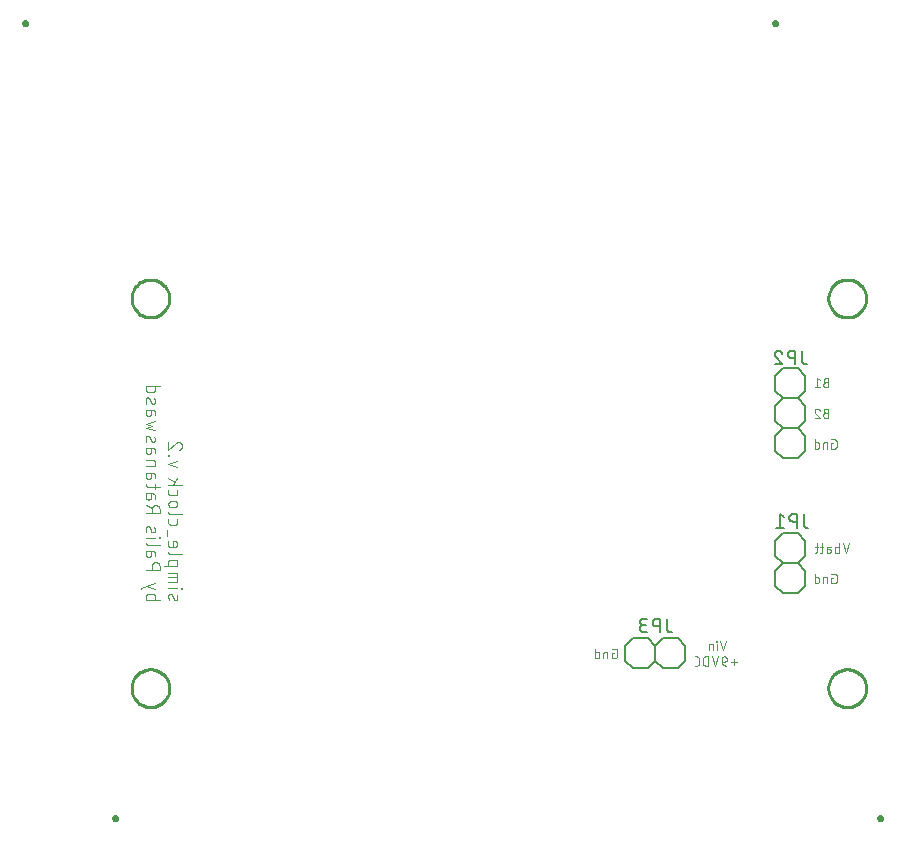
<source format=gbr>
G04 EAGLE Gerber RS-274X export*
G75*
%MOMM*%
%FSLAX34Y34*%
%LPD*%
%INSilkscreen Bottom*%
%IPPOS*%
%AMOC8*
5,1,8,0,0,1.08239X$1,22.5*%
G01*
%ADD10C,0.076200*%
%ADD11C,0.101600*%
%ADD12C,0.152400*%
%ADD13C,0.127000*%
%ADD14C,0.254000*%


D10*
X769068Y547045D02*
X766880Y547045D01*
X766787Y547043D01*
X766695Y547037D01*
X766602Y547027D01*
X766510Y547014D01*
X766419Y546996D01*
X766329Y546974D01*
X766240Y546949D01*
X766151Y546920D01*
X766065Y546887D01*
X765979Y546851D01*
X765895Y546811D01*
X765813Y546767D01*
X765733Y546720D01*
X765655Y546670D01*
X765580Y546616D01*
X765506Y546560D01*
X765435Y546500D01*
X765367Y546437D01*
X765301Y546371D01*
X765238Y546303D01*
X765178Y546232D01*
X765122Y546158D01*
X765068Y546083D01*
X765018Y546005D01*
X764971Y545925D01*
X764927Y545843D01*
X764887Y545759D01*
X764851Y545673D01*
X764818Y545587D01*
X764789Y545498D01*
X764764Y545409D01*
X764742Y545319D01*
X764724Y545228D01*
X764711Y545136D01*
X764701Y545043D01*
X764695Y544951D01*
X764693Y544858D01*
X764695Y544765D01*
X764701Y544673D01*
X764711Y544580D01*
X764724Y544488D01*
X764742Y544397D01*
X764764Y544307D01*
X764789Y544218D01*
X764818Y544129D01*
X764851Y544043D01*
X764887Y543957D01*
X764927Y543873D01*
X764971Y543791D01*
X765018Y543711D01*
X765068Y543633D01*
X765122Y543558D01*
X765178Y543484D01*
X765238Y543413D01*
X765301Y543345D01*
X765367Y543279D01*
X765435Y543216D01*
X765506Y543156D01*
X765580Y543100D01*
X765655Y543046D01*
X765733Y542996D01*
X765813Y542949D01*
X765895Y542905D01*
X765979Y542865D01*
X766065Y542829D01*
X766151Y542796D01*
X766240Y542767D01*
X766329Y542742D01*
X766419Y542720D01*
X766510Y542702D01*
X766602Y542689D01*
X766695Y542679D01*
X766787Y542673D01*
X766880Y542671D01*
X769068Y542671D01*
X769068Y550545D01*
X766880Y550545D01*
X766798Y550543D01*
X766716Y550537D01*
X766635Y550528D01*
X766554Y550514D01*
X766473Y550497D01*
X766394Y550476D01*
X766316Y550452D01*
X766239Y550423D01*
X766163Y550391D01*
X766089Y550356D01*
X766017Y550317D01*
X765946Y550275D01*
X765878Y550230D01*
X765812Y550181D01*
X765748Y550130D01*
X765687Y550075D01*
X765628Y550018D01*
X765572Y549958D01*
X765519Y549895D01*
X765469Y549830D01*
X765422Y549763D01*
X765378Y549694D01*
X765338Y549622D01*
X765301Y549549D01*
X765267Y549474D01*
X765237Y549398D01*
X765211Y549320D01*
X765188Y549241D01*
X765169Y549162D01*
X765154Y549081D01*
X765142Y549000D01*
X765134Y548918D01*
X765130Y548836D01*
X765130Y548754D01*
X765134Y548672D01*
X765142Y548590D01*
X765154Y548509D01*
X765169Y548428D01*
X765188Y548349D01*
X765211Y548270D01*
X765237Y548192D01*
X765267Y548116D01*
X765301Y548041D01*
X765338Y547968D01*
X765378Y547896D01*
X765422Y547827D01*
X765469Y547760D01*
X765519Y547695D01*
X765572Y547632D01*
X765628Y547572D01*
X765687Y547515D01*
X765748Y547460D01*
X765812Y547409D01*
X765878Y547360D01*
X765946Y547315D01*
X766017Y547273D01*
X766089Y547234D01*
X766163Y547199D01*
X766239Y547167D01*
X766316Y547138D01*
X766394Y547114D01*
X766473Y547093D01*
X766554Y547076D01*
X766635Y547062D01*
X766716Y547053D01*
X766798Y547047D01*
X766880Y547045D01*
X761675Y548795D02*
X759488Y550545D01*
X759488Y542671D01*
X761675Y542671D02*
X757301Y542671D01*
X766880Y521137D02*
X769068Y521137D01*
X766880Y521137D02*
X766787Y521135D01*
X766695Y521129D01*
X766602Y521119D01*
X766510Y521106D01*
X766419Y521088D01*
X766329Y521066D01*
X766240Y521041D01*
X766151Y521012D01*
X766065Y520979D01*
X765979Y520943D01*
X765895Y520903D01*
X765813Y520859D01*
X765733Y520812D01*
X765655Y520762D01*
X765580Y520708D01*
X765506Y520652D01*
X765435Y520592D01*
X765367Y520529D01*
X765301Y520463D01*
X765238Y520395D01*
X765178Y520324D01*
X765122Y520250D01*
X765068Y520175D01*
X765018Y520097D01*
X764971Y520017D01*
X764927Y519935D01*
X764887Y519851D01*
X764851Y519765D01*
X764818Y519679D01*
X764789Y519590D01*
X764764Y519501D01*
X764742Y519411D01*
X764724Y519320D01*
X764711Y519228D01*
X764701Y519135D01*
X764695Y519043D01*
X764693Y518950D01*
X764695Y518857D01*
X764701Y518765D01*
X764711Y518672D01*
X764724Y518580D01*
X764742Y518489D01*
X764764Y518399D01*
X764789Y518310D01*
X764818Y518221D01*
X764851Y518135D01*
X764887Y518049D01*
X764927Y517965D01*
X764971Y517883D01*
X765018Y517803D01*
X765068Y517725D01*
X765122Y517650D01*
X765178Y517576D01*
X765238Y517505D01*
X765301Y517437D01*
X765367Y517371D01*
X765435Y517308D01*
X765506Y517248D01*
X765580Y517192D01*
X765655Y517138D01*
X765733Y517088D01*
X765813Y517041D01*
X765895Y516997D01*
X765979Y516957D01*
X766065Y516921D01*
X766151Y516888D01*
X766240Y516859D01*
X766329Y516834D01*
X766419Y516812D01*
X766510Y516794D01*
X766602Y516781D01*
X766695Y516771D01*
X766787Y516765D01*
X766880Y516763D01*
X769068Y516763D01*
X769068Y524637D01*
X766880Y524637D01*
X766798Y524635D01*
X766716Y524629D01*
X766635Y524620D01*
X766554Y524606D01*
X766473Y524589D01*
X766394Y524568D01*
X766316Y524544D01*
X766239Y524515D01*
X766163Y524483D01*
X766089Y524448D01*
X766017Y524409D01*
X765946Y524367D01*
X765878Y524322D01*
X765812Y524273D01*
X765748Y524222D01*
X765687Y524167D01*
X765628Y524110D01*
X765572Y524050D01*
X765519Y523987D01*
X765469Y523922D01*
X765422Y523855D01*
X765378Y523786D01*
X765338Y523714D01*
X765301Y523641D01*
X765267Y523566D01*
X765237Y523490D01*
X765211Y523412D01*
X765188Y523333D01*
X765169Y523254D01*
X765154Y523173D01*
X765142Y523092D01*
X765134Y523010D01*
X765130Y522928D01*
X765130Y522846D01*
X765134Y522764D01*
X765142Y522682D01*
X765154Y522601D01*
X765169Y522520D01*
X765188Y522441D01*
X765211Y522362D01*
X765237Y522284D01*
X765267Y522208D01*
X765301Y522133D01*
X765338Y522060D01*
X765378Y521988D01*
X765422Y521919D01*
X765469Y521852D01*
X765519Y521787D01*
X765572Y521724D01*
X765628Y521664D01*
X765687Y521607D01*
X765748Y521552D01*
X765812Y521501D01*
X765878Y521452D01*
X765946Y521407D01*
X766017Y521365D01*
X766089Y521326D01*
X766163Y521291D01*
X766239Y521259D01*
X766316Y521230D01*
X766394Y521206D01*
X766473Y521185D01*
X766554Y521168D01*
X766635Y521154D01*
X766716Y521145D01*
X766798Y521139D01*
X766880Y521137D01*
X759270Y524638D02*
X759184Y524636D01*
X759098Y524631D01*
X759013Y524621D01*
X758928Y524608D01*
X758844Y524591D01*
X758760Y524571D01*
X758678Y524547D01*
X758597Y524519D01*
X758516Y524488D01*
X758438Y524454D01*
X758361Y524416D01*
X758286Y524374D01*
X758212Y524330D01*
X758141Y524282D01*
X758071Y524231D01*
X758004Y524177D01*
X757940Y524121D01*
X757878Y524061D01*
X757818Y523999D01*
X757762Y523935D01*
X757708Y523868D01*
X757657Y523798D01*
X757609Y523727D01*
X757565Y523654D01*
X757523Y523578D01*
X757485Y523501D01*
X757451Y523423D01*
X757420Y523342D01*
X757392Y523261D01*
X757368Y523179D01*
X757348Y523095D01*
X757331Y523011D01*
X757318Y522926D01*
X757308Y522841D01*
X757303Y522755D01*
X757301Y522669D01*
X759270Y524637D02*
X759369Y524635D01*
X759469Y524629D01*
X759567Y524619D01*
X759666Y524606D01*
X759764Y524588D01*
X759861Y524567D01*
X759957Y524542D01*
X760052Y524513D01*
X760146Y524480D01*
X760239Y524444D01*
X760330Y524404D01*
X760419Y524361D01*
X760507Y524314D01*
X760592Y524264D01*
X760676Y524210D01*
X760757Y524153D01*
X760837Y524093D01*
X760913Y524030D01*
X760988Y523964D01*
X761059Y523895D01*
X761128Y523824D01*
X761194Y523749D01*
X761257Y523672D01*
X761317Y523593D01*
X761374Y523511D01*
X761427Y523428D01*
X761478Y523342D01*
X761524Y523254D01*
X761568Y523165D01*
X761607Y523074D01*
X761643Y522981D01*
X761676Y522887D01*
X757957Y521138D02*
X757893Y521202D01*
X757832Y521268D01*
X757774Y521337D01*
X757719Y521408D01*
X757666Y521481D01*
X757617Y521557D01*
X757572Y521634D01*
X757529Y521714D01*
X757490Y521795D01*
X757455Y521878D01*
X757423Y521962D01*
X757394Y522048D01*
X757370Y522134D01*
X757349Y522222D01*
X757332Y522310D01*
X757318Y522399D01*
X757309Y522489D01*
X757303Y522579D01*
X757301Y522669D01*
X757957Y521137D02*
X761675Y516763D01*
X757301Y516763D01*
X771589Y495229D02*
X772901Y495229D01*
X771589Y495229D02*
X771589Y490855D01*
X774214Y490855D01*
X774295Y490857D01*
X774375Y490862D01*
X774456Y490872D01*
X774536Y490885D01*
X774615Y490901D01*
X774693Y490922D01*
X774770Y490946D01*
X774846Y490973D01*
X774921Y491004D01*
X774994Y491038D01*
X775066Y491076D01*
X775135Y491117D01*
X775203Y491161D01*
X775269Y491208D01*
X775332Y491259D01*
X775393Y491312D01*
X775451Y491368D01*
X775507Y491426D01*
X775560Y491487D01*
X775611Y491550D01*
X775658Y491616D01*
X775702Y491684D01*
X775743Y491753D01*
X775781Y491825D01*
X775815Y491898D01*
X775846Y491973D01*
X775873Y492049D01*
X775897Y492126D01*
X775918Y492204D01*
X775934Y492283D01*
X775947Y492363D01*
X775957Y492444D01*
X775962Y492524D01*
X775964Y492605D01*
X775963Y492605D02*
X775963Y496979D01*
X775964Y496979D02*
X775962Y497060D01*
X775957Y497140D01*
X775947Y497221D01*
X775934Y497301D01*
X775918Y497380D01*
X775897Y497458D01*
X775873Y497535D01*
X775846Y497611D01*
X775815Y497686D01*
X775781Y497759D01*
X775743Y497831D01*
X775702Y497900D01*
X775658Y497968D01*
X775611Y498034D01*
X775560Y498097D01*
X775507Y498158D01*
X775451Y498216D01*
X775393Y498272D01*
X775332Y498325D01*
X775269Y498376D01*
X775203Y498423D01*
X775135Y498467D01*
X775066Y498508D01*
X774994Y498546D01*
X774921Y498580D01*
X774846Y498611D01*
X774770Y498638D01*
X774693Y498662D01*
X774615Y498683D01*
X774536Y498699D01*
X774456Y498712D01*
X774375Y498722D01*
X774295Y498727D01*
X774214Y498729D01*
X771589Y498729D01*
X767754Y496104D02*
X767754Y490855D01*
X767754Y496104D02*
X765566Y496104D01*
X765495Y496102D01*
X765424Y496096D01*
X765354Y496087D01*
X765284Y496073D01*
X765215Y496056D01*
X765147Y496035D01*
X765080Y496011D01*
X765015Y495983D01*
X764951Y495951D01*
X764890Y495916D01*
X764830Y495878D01*
X764772Y495836D01*
X764717Y495792D01*
X764664Y495745D01*
X764613Y495694D01*
X764566Y495641D01*
X764522Y495586D01*
X764480Y495528D01*
X764442Y495468D01*
X764407Y495407D01*
X764375Y495343D01*
X764347Y495278D01*
X764323Y495211D01*
X764302Y495143D01*
X764285Y495074D01*
X764271Y495004D01*
X764262Y494934D01*
X764256Y494863D01*
X764254Y494792D01*
X764254Y490855D01*
X757301Y490855D02*
X757301Y498729D01*
X757301Y490855D02*
X759488Y490855D01*
X759559Y490857D01*
X759630Y490863D01*
X759700Y490872D01*
X759770Y490886D01*
X759839Y490903D01*
X759907Y490924D01*
X759974Y490948D01*
X760039Y490976D01*
X760103Y491008D01*
X760164Y491043D01*
X760224Y491081D01*
X760282Y491123D01*
X760337Y491167D01*
X760390Y491214D01*
X760441Y491265D01*
X760488Y491318D01*
X760532Y491373D01*
X760574Y491431D01*
X760612Y491491D01*
X760647Y491552D01*
X760679Y491616D01*
X760707Y491681D01*
X760731Y491748D01*
X760752Y491816D01*
X760769Y491885D01*
X760783Y491955D01*
X760792Y492025D01*
X760798Y492096D01*
X760800Y492167D01*
X760801Y492167D02*
X760801Y494792D01*
X760800Y494792D02*
X760798Y494863D01*
X760792Y494934D01*
X760783Y495004D01*
X760769Y495074D01*
X760752Y495143D01*
X760731Y495211D01*
X760707Y495278D01*
X760679Y495343D01*
X760647Y495407D01*
X760612Y495468D01*
X760574Y495528D01*
X760532Y495586D01*
X760488Y495641D01*
X760441Y495694D01*
X760390Y495745D01*
X760337Y495792D01*
X760282Y495836D01*
X760224Y495878D01*
X760164Y495916D01*
X760103Y495951D01*
X760039Y495983D01*
X759974Y496011D01*
X759907Y496035D01*
X759839Y496056D01*
X759770Y496073D01*
X759700Y496087D01*
X759630Y496096D01*
X759559Y496102D01*
X759488Y496104D01*
X757301Y496104D01*
X786303Y410591D02*
X783678Y402717D01*
X781053Y410591D01*
X777872Y410591D02*
X777872Y402717D01*
X775685Y402717D01*
X775614Y402719D01*
X775543Y402725D01*
X775473Y402734D01*
X775403Y402748D01*
X775334Y402765D01*
X775266Y402786D01*
X775199Y402810D01*
X775134Y402838D01*
X775070Y402870D01*
X775009Y402905D01*
X774949Y402943D01*
X774891Y402985D01*
X774836Y403029D01*
X774783Y403076D01*
X774732Y403127D01*
X774685Y403180D01*
X774641Y403235D01*
X774599Y403293D01*
X774561Y403353D01*
X774526Y403414D01*
X774494Y403478D01*
X774466Y403543D01*
X774442Y403610D01*
X774421Y403678D01*
X774404Y403747D01*
X774390Y403817D01*
X774381Y403887D01*
X774375Y403958D01*
X774373Y404029D01*
X774373Y406654D01*
X774375Y406725D01*
X774381Y406796D01*
X774390Y406866D01*
X774404Y406936D01*
X774421Y407005D01*
X774442Y407073D01*
X774466Y407140D01*
X774494Y407205D01*
X774526Y407269D01*
X774561Y407330D01*
X774599Y407390D01*
X774641Y407448D01*
X774685Y407503D01*
X774732Y407556D01*
X774783Y407607D01*
X774836Y407654D01*
X774891Y407698D01*
X774949Y407740D01*
X775009Y407778D01*
X775070Y407813D01*
X775134Y407845D01*
X775199Y407873D01*
X775266Y407897D01*
X775334Y407918D01*
X775403Y407935D01*
X775473Y407949D01*
X775543Y407958D01*
X775614Y407964D01*
X775685Y407966D01*
X777872Y407966D01*
X769689Y405779D02*
X767721Y405779D01*
X769689Y405779D02*
X769767Y405777D01*
X769844Y405771D01*
X769921Y405761D01*
X769997Y405748D01*
X770073Y405730D01*
X770147Y405709D01*
X770221Y405684D01*
X770293Y405655D01*
X770363Y405623D01*
X770432Y405587D01*
X770499Y405547D01*
X770564Y405505D01*
X770626Y405459D01*
X770686Y405410D01*
X770744Y405358D01*
X770799Y405303D01*
X770851Y405245D01*
X770900Y405185D01*
X770946Y405123D01*
X770988Y405058D01*
X771028Y404991D01*
X771064Y404922D01*
X771096Y404852D01*
X771125Y404780D01*
X771150Y404706D01*
X771171Y404632D01*
X771189Y404556D01*
X771202Y404480D01*
X771212Y404403D01*
X771218Y404326D01*
X771220Y404248D01*
X771218Y404170D01*
X771212Y404093D01*
X771202Y404016D01*
X771189Y403940D01*
X771171Y403864D01*
X771150Y403790D01*
X771125Y403716D01*
X771096Y403644D01*
X771064Y403574D01*
X771028Y403505D01*
X770988Y403438D01*
X770946Y403373D01*
X770900Y403311D01*
X770851Y403251D01*
X770799Y403193D01*
X770744Y403138D01*
X770686Y403086D01*
X770626Y403037D01*
X770564Y402991D01*
X770499Y402949D01*
X770432Y402909D01*
X770363Y402873D01*
X770293Y402841D01*
X770221Y402812D01*
X770147Y402787D01*
X770073Y402766D01*
X769997Y402748D01*
X769921Y402735D01*
X769844Y402725D01*
X769767Y402719D01*
X769689Y402717D01*
X767721Y402717D01*
X767721Y406654D01*
X767723Y406725D01*
X767729Y406796D01*
X767738Y406866D01*
X767752Y406936D01*
X767769Y407005D01*
X767790Y407073D01*
X767814Y407140D01*
X767842Y407205D01*
X767874Y407269D01*
X767909Y407330D01*
X767947Y407390D01*
X767989Y407448D01*
X768033Y407503D01*
X768080Y407556D01*
X768131Y407607D01*
X768184Y407654D01*
X768239Y407698D01*
X768297Y407740D01*
X768357Y407778D01*
X768418Y407813D01*
X768482Y407845D01*
X768547Y407873D01*
X768614Y407897D01*
X768682Y407918D01*
X768751Y407935D01*
X768821Y407949D01*
X768891Y407958D01*
X768962Y407964D01*
X769033Y407966D01*
X770783Y407966D01*
X764848Y407966D02*
X762223Y407966D01*
X763973Y410591D02*
X763973Y404029D01*
X763971Y403958D01*
X763965Y403887D01*
X763956Y403817D01*
X763942Y403747D01*
X763925Y403678D01*
X763904Y403610D01*
X763880Y403543D01*
X763852Y403478D01*
X763820Y403414D01*
X763785Y403353D01*
X763747Y403293D01*
X763705Y403235D01*
X763661Y403180D01*
X763614Y403127D01*
X763563Y403076D01*
X763510Y403029D01*
X763455Y402985D01*
X763397Y402943D01*
X763337Y402905D01*
X763276Y402870D01*
X763212Y402838D01*
X763147Y402810D01*
X763080Y402786D01*
X763012Y402765D01*
X762943Y402748D01*
X762873Y402734D01*
X762803Y402725D01*
X762732Y402719D01*
X762661Y402717D01*
X762223Y402717D01*
X759926Y407966D02*
X757301Y407966D01*
X759051Y410591D02*
X759051Y404029D01*
X759050Y404029D02*
X759048Y403958D01*
X759042Y403887D01*
X759033Y403817D01*
X759019Y403747D01*
X759002Y403678D01*
X758981Y403610D01*
X758957Y403543D01*
X758929Y403478D01*
X758897Y403414D01*
X758862Y403353D01*
X758824Y403293D01*
X758782Y403235D01*
X758738Y403180D01*
X758691Y403127D01*
X758640Y403076D01*
X758587Y403029D01*
X758532Y402985D01*
X758474Y402943D01*
X758414Y402905D01*
X758353Y402870D01*
X758289Y402838D01*
X758224Y402810D01*
X758157Y402786D01*
X758089Y402765D01*
X758020Y402748D01*
X757950Y402734D01*
X757880Y402725D01*
X757809Y402719D01*
X757738Y402717D01*
X757301Y402717D01*
X771589Y381183D02*
X772901Y381183D01*
X771589Y381183D02*
X771589Y376809D01*
X774214Y376809D01*
X774295Y376811D01*
X774375Y376816D01*
X774456Y376826D01*
X774536Y376839D01*
X774615Y376855D01*
X774693Y376876D01*
X774770Y376900D01*
X774846Y376927D01*
X774921Y376958D01*
X774994Y376992D01*
X775066Y377030D01*
X775135Y377071D01*
X775203Y377115D01*
X775269Y377162D01*
X775332Y377213D01*
X775393Y377266D01*
X775451Y377322D01*
X775507Y377380D01*
X775560Y377441D01*
X775611Y377504D01*
X775658Y377570D01*
X775702Y377638D01*
X775743Y377707D01*
X775781Y377779D01*
X775815Y377852D01*
X775846Y377927D01*
X775873Y378003D01*
X775897Y378080D01*
X775918Y378158D01*
X775934Y378237D01*
X775947Y378317D01*
X775957Y378398D01*
X775962Y378478D01*
X775964Y378559D01*
X775963Y378559D02*
X775963Y382933D01*
X775964Y382933D02*
X775962Y383014D01*
X775957Y383094D01*
X775947Y383175D01*
X775934Y383255D01*
X775918Y383334D01*
X775897Y383412D01*
X775873Y383489D01*
X775846Y383565D01*
X775815Y383640D01*
X775781Y383713D01*
X775743Y383785D01*
X775702Y383854D01*
X775658Y383922D01*
X775611Y383988D01*
X775560Y384051D01*
X775507Y384112D01*
X775451Y384170D01*
X775393Y384226D01*
X775332Y384279D01*
X775269Y384330D01*
X775203Y384377D01*
X775135Y384421D01*
X775066Y384462D01*
X774994Y384500D01*
X774921Y384534D01*
X774846Y384565D01*
X774770Y384592D01*
X774693Y384616D01*
X774615Y384637D01*
X774536Y384653D01*
X774456Y384666D01*
X774375Y384676D01*
X774295Y384681D01*
X774214Y384683D01*
X771589Y384683D01*
X767754Y382058D02*
X767754Y376809D01*
X767754Y382058D02*
X765566Y382058D01*
X765495Y382056D01*
X765424Y382050D01*
X765354Y382041D01*
X765284Y382027D01*
X765215Y382010D01*
X765147Y381989D01*
X765080Y381965D01*
X765015Y381937D01*
X764951Y381905D01*
X764890Y381870D01*
X764830Y381832D01*
X764772Y381790D01*
X764717Y381746D01*
X764664Y381699D01*
X764613Y381648D01*
X764566Y381595D01*
X764522Y381540D01*
X764480Y381482D01*
X764442Y381422D01*
X764407Y381361D01*
X764375Y381297D01*
X764347Y381232D01*
X764323Y381165D01*
X764302Y381097D01*
X764285Y381028D01*
X764271Y380958D01*
X764262Y380888D01*
X764256Y380817D01*
X764254Y380746D01*
X764254Y376809D01*
X757301Y376809D02*
X757301Y384683D01*
X757301Y376809D02*
X759488Y376809D01*
X759559Y376811D01*
X759630Y376817D01*
X759700Y376826D01*
X759770Y376840D01*
X759839Y376857D01*
X759907Y376878D01*
X759974Y376902D01*
X760039Y376930D01*
X760103Y376962D01*
X760164Y376997D01*
X760224Y377035D01*
X760282Y377077D01*
X760337Y377121D01*
X760390Y377168D01*
X760441Y377219D01*
X760488Y377272D01*
X760532Y377327D01*
X760574Y377385D01*
X760612Y377445D01*
X760647Y377506D01*
X760679Y377570D01*
X760707Y377635D01*
X760731Y377702D01*
X760752Y377770D01*
X760769Y377839D01*
X760783Y377909D01*
X760792Y377979D01*
X760798Y378050D01*
X760800Y378121D01*
X760801Y378121D02*
X760801Y380746D01*
X760800Y380746D02*
X760798Y380817D01*
X760792Y380888D01*
X760783Y380958D01*
X760769Y381028D01*
X760752Y381097D01*
X760731Y381165D01*
X760707Y381232D01*
X760679Y381297D01*
X760647Y381361D01*
X760612Y381422D01*
X760574Y381482D01*
X760532Y381540D01*
X760488Y381595D01*
X760441Y381648D01*
X760390Y381699D01*
X760337Y381746D01*
X760282Y381790D01*
X760224Y381832D01*
X760164Y381870D01*
X760103Y381905D01*
X760039Y381937D01*
X759974Y381965D01*
X759907Y381989D01*
X759839Y382010D01*
X759770Y382027D01*
X759700Y382041D01*
X759630Y382050D01*
X759559Y382056D01*
X759488Y382058D01*
X757301Y382058D01*
X682540Y327914D02*
X679915Y320040D01*
X677290Y327914D01*
X674474Y325289D02*
X674474Y320040D01*
X674693Y327477D02*
X674693Y327914D01*
X674256Y327914D01*
X674256Y327477D01*
X674693Y327477D01*
X671043Y325289D02*
X671043Y320040D01*
X671043Y325289D02*
X668855Y325289D01*
X668784Y325287D01*
X668713Y325281D01*
X668643Y325272D01*
X668573Y325258D01*
X668504Y325241D01*
X668436Y325220D01*
X668369Y325196D01*
X668304Y325168D01*
X668240Y325136D01*
X668179Y325101D01*
X668119Y325063D01*
X668061Y325021D01*
X668006Y324977D01*
X667953Y324930D01*
X667902Y324879D01*
X667855Y324826D01*
X667811Y324771D01*
X667769Y324713D01*
X667731Y324653D01*
X667696Y324592D01*
X667664Y324528D01*
X667636Y324463D01*
X667612Y324396D01*
X667591Y324328D01*
X667574Y324259D01*
X667560Y324189D01*
X667551Y324119D01*
X667545Y324048D01*
X667543Y323977D01*
X667543Y320040D01*
X686520Y310148D02*
X691769Y310148D01*
X689144Y307523D02*
X689144Y312773D01*
X681291Y310586D02*
X678667Y310586D01*
X681291Y310585D02*
X681372Y310587D01*
X681452Y310592D01*
X681533Y310602D01*
X681613Y310615D01*
X681692Y310631D01*
X681770Y310652D01*
X681847Y310676D01*
X681923Y310703D01*
X681998Y310734D01*
X682071Y310768D01*
X682143Y310806D01*
X682212Y310847D01*
X682280Y310891D01*
X682346Y310938D01*
X682409Y310989D01*
X682470Y311042D01*
X682528Y311098D01*
X682584Y311156D01*
X682637Y311217D01*
X682688Y311280D01*
X682735Y311346D01*
X682779Y311414D01*
X682820Y311483D01*
X682858Y311555D01*
X682892Y311628D01*
X682923Y311703D01*
X682950Y311779D01*
X682974Y311856D01*
X682995Y311934D01*
X683011Y312013D01*
X683024Y312093D01*
X683034Y312174D01*
X683039Y312254D01*
X683041Y312335D01*
X683041Y312773D01*
X683039Y312866D01*
X683033Y312958D01*
X683023Y313051D01*
X683010Y313143D01*
X682992Y313234D01*
X682970Y313324D01*
X682945Y313413D01*
X682916Y313502D01*
X682883Y313588D01*
X682847Y313674D01*
X682807Y313758D01*
X682763Y313840D01*
X682716Y313920D01*
X682666Y313998D01*
X682612Y314073D01*
X682556Y314147D01*
X682496Y314218D01*
X682433Y314286D01*
X682367Y314352D01*
X682299Y314415D01*
X682228Y314475D01*
X682154Y314531D01*
X682079Y314585D01*
X682001Y314635D01*
X681921Y314682D01*
X681839Y314726D01*
X681755Y314766D01*
X681669Y314802D01*
X681583Y314835D01*
X681494Y314864D01*
X681405Y314889D01*
X681315Y314911D01*
X681224Y314929D01*
X681132Y314942D01*
X681039Y314952D01*
X680947Y314958D01*
X680854Y314960D01*
X680761Y314958D01*
X680669Y314952D01*
X680576Y314942D01*
X680484Y314929D01*
X680393Y314911D01*
X680303Y314889D01*
X680214Y314864D01*
X680125Y314835D01*
X680039Y314802D01*
X679953Y314766D01*
X679869Y314726D01*
X679787Y314682D01*
X679707Y314635D01*
X679629Y314585D01*
X679554Y314531D01*
X679480Y314475D01*
X679409Y314415D01*
X679341Y314352D01*
X679275Y314286D01*
X679212Y314218D01*
X679152Y314147D01*
X679096Y314073D01*
X679042Y313998D01*
X678992Y313920D01*
X678945Y313840D01*
X678901Y313758D01*
X678861Y313674D01*
X678825Y313588D01*
X678792Y313502D01*
X678763Y313413D01*
X678738Y313324D01*
X678716Y313234D01*
X678698Y313143D01*
X678685Y313051D01*
X678675Y312958D01*
X678669Y312866D01*
X678667Y312773D01*
X678667Y310586D01*
X678666Y310586D02*
X678668Y310469D01*
X678674Y310352D01*
X678684Y310236D01*
X678697Y310119D01*
X678715Y310004D01*
X678736Y309889D01*
X678761Y309775D01*
X678790Y309661D01*
X678823Y309549D01*
X678860Y309438D01*
X678900Y309328D01*
X678944Y309220D01*
X678991Y309113D01*
X679042Y309007D01*
X679097Y308904D01*
X679155Y308802D01*
X679216Y308703D01*
X679280Y308605D01*
X679348Y308510D01*
X679419Y308417D01*
X679493Y308326D01*
X679570Y308238D01*
X679650Y308153D01*
X679733Y308070D01*
X679818Y307990D01*
X679906Y307913D01*
X679997Y307839D01*
X680090Y307768D01*
X680185Y307700D01*
X680283Y307636D01*
X680382Y307575D01*
X680484Y307517D01*
X680587Y307462D01*
X680693Y307411D01*
X680800Y307364D01*
X680908Y307320D01*
X681018Y307280D01*
X681129Y307243D01*
X681241Y307210D01*
X681355Y307181D01*
X681469Y307156D01*
X681584Y307135D01*
X681699Y307117D01*
X681816Y307104D01*
X681932Y307094D01*
X682049Y307088D01*
X682166Y307086D01*
X673081Y307086D02*
X675706Y314960D01*
X670457Y314960D02*
X673081Y307086D01*
X667237Y307086D02*
X667237Y314960D01*
X665050Y314960D01*
X664957Y314958D01*
X664865Y314952D01*
X664772Y314942D01*
X664680Y314929D01*
X664589Y314911D01*
X664499Y314889D01*
X664410Y314864D01*
X664321Y314835D01*
X664235Y314802D01*
X664149Y314766D01*
X664065Y314726D01*
X663983Y314682D01*
X663903Y314635D01*
X663825Y314585D01*
X663750Y314531D01*
X663676Y314475D01*
X663605Y314415D01*
X663537Y314352D01*
X663471Y314286D01*
X663408Y314218D01*
X663348Y314147D01*
X663292Y314073D01*
X663238Y313998D01*
X663188Y313920D01*
X663141Y313840D01*
X663097Y313758D01*
X663057Y313674D01*
X663021Y313588D01*
X662988Y313502D01*
X662959Y313413D01*
X662934Y313324D01*
X662912Y313234D01*
X662894Y313143D01*
X662881Y313051D01*
X662871Y312958D01*
X662865Y312866D01*
X662863Y312773D01*
X662863Y309273D01*
X662865Y309180D01*
X662871Y309088D01*
X662881Y308995D01*
X662894Y308903D01*
X662912Y308812D01*
X662934Y308722D01*
X662959Y308633D01*
X662988Y308544D01*
X663021Y308458D01*
X663057Y308372D01*
X663097Y308288D01*
X663141Y308206D01*
X663188Y308126D01*
X663238Y308048D01*
X663292Y307973D01*
X663348Y307899D01*
X663408Y307828D01*
X663471Y307760D01*
X663537Y307694D01*
X663605Y307631D01*
X663676Y307571D01*
X663750Y307515D01*
X663825Y307461D01*
X663903Y307411D01*
X663983Y307364D01*
X664065Y307320D01*
X664149Y307280D01*
X664235Y307244D01*
X664321Y307211D01*
X664410Y307182D01*
X664499Y307157D01*
X664589Y307135D01*
X664680Y307117D01*
X664772Y307104D01*
X664865Y307094D01*
X664957Y307088D01*
X665050Y307086D01*
X667237Y307086D01*
X657480Y307086D02*
X655730Y307086D01*
X657480Y307086D02*
X657561Y307088D01*
X657641Y307093D01*
X657722Y307103D01*
X657802Y307116D01*
X657881Y307132D01*
X657959Y307153D01*
X658036Y307177D01*
X658112Y307204D01*
X658187Y307235D01*
X658260Y307269D01*
X658332Y307307D01*
X658401Y307348D01*
X658469Y307392D01*
X658535Y307439D01*
X658598Y307490D01*
X658659Y307543D01*
X658717Y307599D01*
X658773Y307657D01*
X658826Y307718D01*
X658877Y307781D01*
X658924Y307847D01*
X658968Y307915D01*
X659009Y307984D01*
X659047Y308056D01*
X659081Y308129D01*
X659112Y308204D01*
X659139Y308280D01*
X659163Y308357D01*
X659184Y308435D01*
X659200Y308514D01*
X659213Y308594D01*
X659223Y308675D01*
X659228Y308755D01*
X659230Y308836D01*
X659230Y313210D01*
X659228Y313291D01*
X659223Y313371D01*
X659213Y313452D01*
X659200Y313532D01*
X659184Y313611D01*
X659163Y313689D01*
X659139Y313766D01*
X659112Y313842D01*
X659081Y313917D01*
X659047Y313990D01*
X659009Y314062D01*
X658968Y314131D01*
X658924Y314199D01*
X658877Y314265D01*
X658826Y314328D01*
X658773Y314389D01*
X658717Y314447D01*
X658659Y314503D01*
X658598Y314556D01*
X658535Y314607D01*
X658469Y314654D01*
X658401Y314698D01*
X658332Y314739D01*
X658260Y314777D01*
X658187Y314811D01*
X658112Y314842D01*
X658036Y314869D01*
X657959Y314893D01*
X657881Y314914D01*
X657802Y314930D01*
X657722Y314943D01*
X657641Y314953D01*
X657561Y314958D01*
X657480Y314960D01*
X655730Y314960D01*
X587107Y317937D02*
X585795Y317937D01*
X585795Y313563D01*
X588419Y313563D01*
X588500Y313565D01*
X588580Y313570D01*
X588661Y313580D01*
X588741Y313593D01*
X588820Y313609D01*
X588898Y313630D01*
X588975Y313654D01*
X589051Y313681D01*
X589126Y313712D01*
X589199Y313746D01*
X589271Y313784D01*
X589340Y313825D01*
X589408Y313869D01*
X589474Y313916D01*
X589537Y313967D01*
X589598Y314020D01*
X589656Y314076D01*
X589712Y314134D01*
X589765Y314195D01*
X589816Y314258D01*
X589863Y314324D01*
X589907Y314392D01*
X589948Y314461D01*
X589986Y314533D01*
X590020Y314606D01*
X590051Y314681D01*
X590078Y314757D01*
X590102Y314834D01*
X590123Y314912D01*
X590139Y314991D01*
X590152Y315071D01*
X590162Y315152D01*
X590167Y315232D01*
X590169Y315313D01*
X590169Y319687D01*
X590167Y319768D01*
X590162Y319848D01*
X590152Y319929D01*
X590139Y320009D01*
X590123Y320088D01*
X590102Y320166D01*
X590078Y320243D01*
X590051Y320319D01*
X590020Y320394D01*
X589986Y320467D01*
X589948Y320539D01*
X589907Y320608D01*
X589863Y320676D01*
X589816Y320742D01*
X589765Y320805D01*
X589712Y320866D01*
X589656Y320924D01*
X589598Y320980D01*
X589537Y321033D01*
X589474Y321084D01*
X589408Y321131D01*
X589340Y321175D01*
X589271Y321216D01*
X589199Y321254D01*
X589126Y321288D01*
X589051Y321319D01*
X588975Y321346D01*
X588898Y321370D01*
X588820Y321391D01*
X588741Y321407D01*
X588661Y321420D01*
X588580Y321430D01*
X588500Y321435D01*
X588419Y321437D01*
X585795Y321437D01*
X581959Y318812D02*
X581959Y313563D01*
X581959Y318812D02*
X579772Y318812D01*
X579701Y318810D01*
X579630Y318804D01*
X579560Y318795D01*
X579490Y318781D01*
X579421Y318764D01*
X579353Y318743D01*
X579286Y318719D01*
X579221Y318691D01*
X579157Y318659D01*
X579096Y318624D01*
X579036Y318586D01*
X578978Y318544D01*
X578923Y318500D01*
X578870Y318453D01*
X578819Y318402D01*
X578772Y318349D01*
X578728Y318294D01*
X578686Y318236D01*
X578648Y318176D01*
X578613Y318115D01*
X578581Y318051D01*
X578553Y317986D01*
X578529Y317919D01*
X578508Y317851D01*
X578491Y317782D01*
X578477Y317712D01*
X578468Y317642D01*
X578462Y317571D01*
X578460Y317500D01*
X578460Y313563D01*
X571507Y313563D02*
X571507Y321437D01*
X571507Y313563D02*
X573694Y313563D01*
X573765Y313565D01*
X573836Y313571D01*
X573906Y313580D01*
X573976Y313594D01*
X574045Y313611D01*
X574113Y313632D01*
X574180Y313656D01*
X574245Y313684D01*
X574309Y313716D01*
X574370Y313751D01*
X574430Y313789D01*
X574488Y313831D01*
X574543Y313875D01*
X574596Y313922D01*
X574647Y313973D01*
X574694Y314026D01*
X574738Y314081D01*
X574780Y314139D01*
X574818Y314199D01*
X574853Y314260D01*
X574885Y314324D01*
X574913Y314389D01*
X574937Y314456D01*
X574958Y314524D01*
X574975Y314593D01*
X574989Y314663D01*
X574998Y314733D01*
X575004Y314804D01*
X575006Y314875D01*
X575006Y317500D01*
X575004Y317571D01*
X574998Y317642D01*
X574989Y317712D01*
X574975Y317782D01*
X574958Y317851D01*
X574937Y317919D01*
X574913Y317986D01*
X574885Y318051D01*
X574853Y318115D01*
X574818Y318176D01*
X574780Y318236D01*
X574738Y318294D01*
X574694Y318349D01*
X574647Y318402D01*
X574596Y318453D01*
X574543Y318500D01*
X574488Y318544D01*
X574430Y318586D01*
X574370Y318624D01*
X574309Y318659D01*
X574245Y318691D01*
X574180Y318719D01*
X574113Y318743D01*
X574045Y318764D01*
X573976Y318781D01*
X573906Y318795D01*
X573836Y318804D01*
X573765Y318810D01*
X573694Y318812D01*
X571507Y318812D01*
D11*
X214602Y363756D02*
X213304Y367002D01*
X214601Y363756D02*
X214634Y363681D01*
X214670Y363607D01*
X214709Y363535D01*
X214752Y363465D01*
X214798Y363398D01*
X214848Y363332D01*
X214900Y363270D01*
X214956Y363209D01*
X215014Y363152D01*
X215075Y363097D01*
X215139Y363046D01*
X215205Y362998D01*
X215274Y362953D01*
X215344Y362911D01*
X215417Y362873D01*
X215491Y362838D01*
X215567Y362807D01*
X215644Y362780D01*
X215723Y362757D01*
X215802Y362737D01*
X215883Y362722D01*
X215964Y362710D01*
X216046Y362702D01*
X216127Y362698D01*
X216209Y362699D01*
X216291Y362703D01*
X216373Y362711D01*
X216454Y362723D01*
X216534Y362739D01*
X216614Y362759D01*
X216692Y362783D01*
X216769Y362811D01*
X216845Y362842D01*
X216919Y362877D01*
X216991Y362915D01*
X217062Y362957D01*
X217130Y363003D01*
X217196Y363051D01*
X217259Y363103D01*
X217320Y363158D01*
X217378Y363216D01*
X217434Y363276D01*
X217486Y363339D01*
X217535Y363405D01*
X217581Y363473D01*
X217623Y363543D01*
X217663Y363615D01*
X217698Y363689D01*
X217730Y363764D01*
X217758Y363841D01*
X217782Y363919D01*
X217803Y363999D01*
X217820Y364079D01*
X217832Y364160D01*
X217841Y364241D01*
X217846Y364323D01*
X217847Y364405D01*
X217843Y364582D01*
X217834Y364759D01*
X217820Y364936D01*
X217803Y365113D01*
X217781Y365288D01*
X217756Y365464D01*
X217725Y365638D01*
X217691Y365812D01*
X217653Y365985D01*
X217610Y366157D01*
X217563Y366328D01*
X217513Y366498D01*
X217458Y366667D01*
X217399Y366834D01*
X217336Y366999D01*
X217269Y367164D01*
X217198Y367326D01*
X213304Y367002D02*
X213271Y367077D01*
X213235Y367151D01*
X213196Y367223D01*
X213153Y367293D01*
X213107Y367360D01*
X213057Y367426D01*
X213005Y367488D01*
X212949Y367549D01*
X212891Y367606D01*
X212830Y367661D01*
X212766Y367712D01*
X212700Y367760D01*
X212631Y367805D01*
X212561Y367847D01*
X212488Y367885D01*
X212414Y367920D01*
X212338Y367951D01*
X212261Y367978D01*
X212182Y368001D01*
X212103Y368021D01*
X212022Y368036D01*
X211941Y368048D01*
X211859Y368056D01*
X211778Y368060D01*
X211696Y368059D01*
X211614Y368055D01*
X211532Y368047D01*
X211451Y368035D01*
X211371Y368019D01*
X211291Y367999D01*
X211213Y367975D01*
X211136Y367947D01*
X211060Y367916D01*
X210986Y367881D01*
X210914Y367843D01*
X210843Y367801D01*
X210775Y367755D01*
X210709Y367707D01*
X210646Y367655D01*
X210585Y367600D01*
X210527Y367542D01*
X210471Y367482D01*
X210419Y367419D01*
X210370Y367353D01*
X210324Y367285D01*
X210282Y367215D01*
X210242Y367143D01*
X210207Y367069D01*
X210175Y366994D01*
X210147Y366917D01*
X210123Y366839D01*
X210102Y366759D01*
X210085Y366679D01*
X210073Y366598D01*
X210064Y366517D01*
X210059Y366435D01*
X210058Y366353D01*
X210065Y366093D01*
X210078Y365833D01*
X210097Y365573D01*
X210122Y365314D01*
X210154Y365055D01*
X210191Y364798D01*
X210235Y364541D01*
X210284Y364285D01*
X210340Y364031D01*
X210401Y363778D01*
X210469Y363527D01*
X210543Y363277D01*
X210622Y363029D01*
X210707Y362783D01*
X210058Y372618D02*
X217847Y372618D01*
X221093Y372293D02*
X221742Y372293D01*
X221742Y372943D01*
X221093Y372943D01*
X221093Y372293D01*
X217847Y377867D02*
X210058Y377867D01*
X217847Y377867D02*
X217847Y383709D01*
X217845Y383796D01*
X217839Y383884D01*
X217829Y383970D01*
X217816Y384057D01*
X217798Y384142D01*
X217777Y384227D01*
X217752Y384311D01*
X217723Y384393D01*
X217690Y384474D01*
X217654Y384554D01*
X217615Y384632D01*
X217571Y384708D01*
X217525Y384782D01*
X217475Y384853D01*
X217422Y384923D01*
X217366Y384990D01*
X217307Y385054D01*
X217245Y385116D01*
X217181Y385175D01*
X217114Y385231D01*
X217044Y385284D01*
X216973Y385334D01*
X216899Y385380D01*
X216823Y385424D01*
X216745Y385463D01*
X216665Y385499D01*
X216584Y385532D01*
X216502Y385561D01*
X216418Y385586D01*
X216333Y385607D01*
X216248Y385625D01*
X216161Y385638D01*
X216075Y385648D01*
X215987Y385654D01*
X215900Y385656D01*
X215900Y385657D02*
X210058Y385657D01*
X210058Y381762D02*
X217847Y381762D01*
X217847Y391416D02*
X206163Y391416D01*
X217847Y391416D02*
X217847Y394662D01*
X217845Y394749D01*
X217839Y394837D01*
X217829Y394923D01*
X217816Y395010D01*
X217798Y395095D01*
X217777Y395180D01*
X217752Y395264D01*
X217723Y395346D01*
X217690Y395427D01*
X217654Y395507D01*
X217615Y395585D01*
X217571Y395661D01*
X217525Y395735D01*
X217475Y395806D01*
X217422Y395876D01*
X217366Y395943D01*
X217307Y396007D01*
X217245Y396069D01*
X217181Y396128D01*
X217114Y396184D01*
X217044Y396237D01*
X216973Y396287D01*
X216899Y396333D01*
X216823Y396377D01*
X216745Y396416D01*
X216665Y396452D01*
X216584Y396485D01*
X216502Y396514D01*
X216418Y396539D01*
X216333Y396560D01*
X216248Y396578D01*
X216161Y396591D01*
X216075Y396601D01*
X215987Y396607D01*
X215900Y396609D01*
X212005Y396609D01*
X211918Y396607D01*
X211830Y396601D01*
X211744Y396591D01*
X211657Y396578D01*
X211572Y396560D01*
X211487Y396539D01*
X211403Y396514D01*
X211321Y396485D01*
X211240Y396452D01*
X211160Y396416D01*
X211082Y396377D01*
X211006Y396333D01*
X210932Y396287D01*
X210861Y396237D01*
X210791Y396184D01*
X210724Y396128D01*
X210660Y396069D01*
X210598Y396007D01*
X210539Y395943D01*
X210483Y395876D01*
X210430Y395806D01*
X210380Y395735D01*
X210334Y395661D01*
X210290Y395585D01*
X210251Y395507D01*
X210215Y395427D01*
X210182Y395346D01*
X210153Y395264D01*
X210128Y395180D01*
X210107Y395095D01*
X210089Y395010D01*
X210076Y394923D01*
X210066Y394837D01*
X210060Y394749D01*
X210058Y394662D01*
X210058Y391416D01*
X212005Y401413D02*
X221742Y401413D01*
X212005Y401413D02*
X211918Y401415D01*
X211830Y401421D01*
X211744Y401431D01*
X211657Y401444D01*
X211572Y401462D01*
X211487Y401483D01*
X211403Y401508D01*
X211321Y401537D01*
X211240Y401570D01*
X211160Y401606D01*
X211082Y401645D01*
X211006Y401689D01*
X210932Y401735D01*
X210861Y401785D01*
X210791Y401838D01*
X210724Y401894D01*
X210660Y401953D01*
X210598Y402015D01*
X210539Y402079D01*
X210483Y402146D01*
X210430Y402216D01*
X210380Y402287D01*
X210334Y402361D01*
X210290Y402437D01*
X210251Y402515D01*
X210215Y402595D01*
X210182Y402676D01*
X210153Y402758D01*
X210128Y402842D01*
X210107Y402927D01*
X210089Y403012D01*
X210076Y403099D01*
X210066Y403185D01*
X210060Y403273D01*
X210058Y403360D01*
X210058Y409307D02*
X210058Y412552D01*
X210058Y409307D02*
X210060Y409220D01*
X210066Y409132D01*
X210076Y409046D01*
X210089Y408959D01*
X210107Y408874D01*
X210128Y408789D01*
X210153Y408705D01*
X210182Y408623D01*
X210215Y408542D01*
X210251Y408462D01*
X210290Y408384D01*
X210334Y408308D01*
X210380Y408234D01*
X210430Y408163D01*
X210483Y408093D01*
X210539Y408026D01*
X210598Y407962D01*
X210660Y407900D01*
X210724Y407841D01*
X210791Y407785D01*
X210861Y407732D01*
X210932Y407682D01*
X211006Y407636D01*
X211082Y407592D01*
X211160Y407553D01*
X211240Y407517D01*
X211321Y407484D01*
X211403Y407455D01*
X211487Y407430D01*
X211572Y407409D01*
X211657Y407391D01*
X211744Y407378D01*
X211830Y407368D01*
X211918Y407362D01*
X212005Y407360D01*
X212005Y407359D02*
X215251Y407359D01*
X215251Y407360D02*
X215352Y407362D01*
X215452Y407368D01*
X215552Y407378D01*
X215652Y407391D01*
X215751Y407409D01*
X215850Y407430D01*
X215947Y407455D01*
X216044Y407484D01*
X216139Y407517D01*
X216233Y407553D01*
X216325Y407593D01*
X216416Y407636D01*
X216505Y407683D01*
X216592Y407733D01*
X216678Y407787D01*
X216761Y407844D01*
X216841Y407904D01*
X216920Y407967D01*
X216996Y408034D01*
X217069Y408103D01*
X217139Y408175D01*
X217207Y408249D01*
X217272Y408326D01*
X217333Y408406D01*
X217392Y408488D01*
X217447Y408572D01*
X217499Y408658D01*
X217548Y408746D01*
X217593Y408836D01*
X217635Y408928D01*
X217673Y409021D01*
X217707Y409116D01*
X217738Y409211D01*
X217765Y409308D01*
X217788Y409406D01*
X217808Y409505D01*
X217823Y409605D01*
X217835Y409705D01*
X217843Y409805D01*
X217847Y409906D01*
X217847Y410006D01*
X217843Y410107D01*
X217835Y410207D01*
X217823Y410307D01*
X217808Y410407D01*
X217788Y410506D01*
X217765Y410604D01*
X217738Y410701D01*
X217707Y410796D01*
X217673Y410891D01*
X217635Y410984D01*
X217593Y411076D01*
X217548Y411166D01*
X217499Y411254D01*
X217447Y411340D01*
X217392Y411424D01*
X217333Y411506D01*
X217272Y411586D01*
X217207Y411663D01*
X217139Y411737D01*
X217069Y411809D01*
X216996Y411878D01*
X216920Y411945D01*
X216841Y412008D01*
X216761Y412068D01*
X216678Y412125D01*
X216592Y412179D01*
X216505Y412229D01*
X216416Y412276D01*
X216325Y412319D01*
X216233Y412359D01*
X216139Y412395D01*
X216044Y412428D01*
X215947Y412457D01*
X215850Y412482D01*
X215751Y412503D01*
X215652Y412521D01*
X215552Y412534D01*
X215452Y412544D01*
X215352Y412550D01*
X215251Y412552D01*
X213953Y412552D01*
X213953Y407359D01*
X208760Y416884D02*
X208760Y422077D01*
X210058Y428370D02*
X210058Y430967D01*
X210058Y428370D02*
X210060Y428283D01*
X210066Y428195D01*
X210076Y428109D01*
X210089Y428022D01*
X210107Y427937D01*
X210128Y427852D01*
X210153Y427768D01*
X210182Y427686D01*
X210215Y427605D01*
X210251Y427525D01*
X210290Y427447D01*
X210334Y427371D01*
X210380Y427297D01*
X210430Y427226D01*
X210483Y427156D01*
X210539Y427089D01*
X210598Y427025D01*
X210660Y426963D01*
X210724Y426904D01*
X210791Y426848D01*
X210861Y426795D01*
X210932Y426745D01*
X211006Y426699D01*
X211082Y426655D01*
X211160Y426616D01*
X211240Y426580D01*
X211321Y426547D01*
X211403Y426518D01*
X211487Y426493D01*
X211572Y426472D01*
X211657Y426454D01*
X211744Y426441D01*
X211830Y426431D01*
X211918Y426425D01*
X212005Y426423D01*
X215900Y426423D01*
X215987Y426425D01*
X216075Y426431D01*
X216161Y426441D01*
X216248Y426454D01*
X216333Y426472D01*
X216418Y426493D01*
X216502Y426518D01*
X216584Y426547D01*
X216665Y426580D01*
X216745Y426616D01*
X216823Y426655D01*
X216899Y426699D01*
X216973Y426745D01*
X217044Y426795D01*
X217114Y426848D01*
X217181Y426904D01*
X217245Y426963D01*
X217307Y427025D01*
X217366Y427089D01*
X217422Y427156D01*
X217475Y427226D01*
X217525Y427297D01*
X217571Y427371D01*
X217615Y427447D01*
X217654Y427525D01*
X217690Y427605D01*
X217723Y427686D01*
X217752Y427768D01*
X217777Y427852D01*
X217798Y427937D01*
X217816Y428022D01*
X217829Y428109D01*
X217839Y428195D01*
X217845Y428283D01*
X217847Y428370D01*
X217847Y430967D01*
X221742Y435322D02*
X212005Y435322D01*
X211918Y435324D01*
X211830Y435330D01*
X211744Y435340D01*
X211657Y435353D01*
X211572Y435371D01*
X211487Y435392D01*
X211403Y435417D01*
X211321Y435446D01*
X211240Y435479D01*
X211160Y435515D01*
X211082Y435554D01*
X211006Y435598D01*
X210932Y435644D01*
X210861Y435694D01*
X210791Y435747D01*
X210724Y435803D01*
X210660Y435862D01*
X210598Y435924D01*
X210539Y435988D01*
X210483Y436055D01*
X210430Y436125D01*
X210380Y436196D01*
X210334Y436270D01*
X210290Y436346D01*
X210251Y436424D01*
X210215Y436504D01*
X210182Y436585D01*
X210153Y436667D01*
X210128Y436751D01*
X210107Y436836D01*
X210089Y436921D01*
X210076Y437008D01*
X210066Y437094D01*
X210060Y437182D01*
X210058Y437269D01*
X212654Y441268D02*
X215251Y441268D01*
X215251Y441269D02*
X215352Y441271D01*
X215452Y441277D01*
X215552Y441287D01*
X215652Y441300D01*
X215751Y441318D01*
X215850Y441339D01*
X215947Y441364D01*
X216044Y441393D01*
X216139Y441426D01*
X216233Y441462D01*
X216325Y441502D01*
X216416Y441545D01*
X216505Y441592D01*
X216592Y441642D01*
X216678Y441696D01*
X216761Y441753D01*
X216841Y441813D01*
X216920Y441876D01*
X216996Y441943D01*
X217069Y442012D01*
X217139Y442084D01*
X217207Y442158D01*
X217272Y442235D01*
X217333Y442315D01*
X217392Y442397D01*
X217447Y442481D01*
X217499Y442567D01*
X217548Y442655D01*
X217593Y442745D01*
X217635Y442837D01*
X217673Y442930D01*
X217707Y443025D01*
X217738Y443120D01*
X217765Y443217D01*
X217788Y443315D01*
X217808Y443414D01*
X217823Y443514D01*
X217835Y443614D01*
X217843Y443714D01*
X217847Y443815D01*
X217847Y443915D01*
X217843Y444016D01*
X217835Y444116D01*
X217823Y444216D01*
X217808Y444316D01*
X217788Y444415D01*
X217765Y444513D01*
X217738Y444610D01*
X217707Y444705D01*
X217673Y444800D01*
X217635Y444893D01*
X217593Y444985D01*
X217548Y445075D01*
X217499Y445163D01*
X217447Y445249D01*
X217392Y445333D01*
X217333Y445415D01*
X217272Y445495D01*
X217207Y445572D01*
X217139Y445646D01*
X217069Y445718D01*
X216996Y445787D01*
X216920Y445854D01*
X216841Y445917D01*
X216761Y445977D01*
X216678Y446034D01*
X216592Y446088D01*
X216505Y446138D01*
X216416Y446185D01*
X216325Y446228D01*
X216233Y446268D01*
X216139Y446304D01*
X216044Y446337D01*
X215947Y446366D01*
X215850Y446391D01*
X215751Y446412D01*
X215652Y446430D01*
X215552Y446443D01*
X215452Y446453D01*
X215352Y446459D01*
X215251Y446461D01*
X212654Y446461D01*
X212553Y446459D01*
X212453Y446453D01*
X212353Y446443D01*
X212253Y446430D01*
X212154Y446412D01*
X212055Y446391D01*
X211958Y446366D01*
X211861Y446337D01*
X211766Y446304D01*
X211672Y446268D01*
X211580Y446228D01*
X211489Y446185D01*
X211400Y446138D01*
X211313Y446088D01*
X211227Y446034D01*
X211144Y445977D01*
X211064Y445917D01*
X210985Y445854D01*
X210909Y445787D01*
X210836Y445718D01*
X210766Y445646D01*
X210698Y445572D01*
X210633Y445495D01*
X210572Y445415D01*
X210513Y445333D01*
X210458Y445249D01*
X210406Y445163D01*
X210357Y445075D01*
X210312Y444985D01*
X210270Y444893D01*
X210232Y444800D01*
X210198Y444705D01*
X210167Y444610D01*
X210140Y444513D01*
X210117Y444415D01*
X210097Y444316D01*
X210082Y444216D01*
X210070Y444116D01*
X210062Y444016D01*
X210058Y443915D01*
X210058Y443815D01*
X210062Y443714D01*
X210070Y443614D01*
X210082Y443514D01*
X210097Y443414D01*
X210117Y443315D01*
X210140Y443217D01*
X210167Y443120D01*
X210198Y443025D01*
X210232Y442930D01*
X210270Y442837D01*
X210312Y442745D01*
X210357Y442655D01*
X210406Y442567D01*
X210458Y442481D01*
X210513Y442397D01*
X210572Y442315D01*
X210633Y442235D01*
X210698Y442158D01*
X210766Y442084D01*
X210836Y442012D01*
X210909Y441943D01*
X210985Y441876D01*
X211064Y441813D01*
X211144Y441753D01*
X211227Y441696D01*
X211313Y441642D01*
X211400Y441592D01*
X211489Y441545D01*
X211580Y441502D01*
X211672Y441462D01*
X211766Y441426D01*
X211861Y441393D01*
X211958Y441364D01*
X212055Y441339D01*
X212154Y441318D01*
X212253Y441300D01*
X212353Y441287D01*
X212453Y441277D01*
X212553Y441271D01*
X212654Y441269D01*
X210058Y453135D02*
X210058Y455731D01*
X210058Y453135D02*
X210060Y453048D01*
X210066Y452960D01*
X210076Y452874D01*
X210089Y452787D01*
X210107Y452702D01*
X210128Y452617D01*
X210153Y452533D01*
X210182Y452451D01*
X210215Y452370D01*
X210251Y452290D01*
X210290Y452212D01*
X210334Y452136D01*
X210380Y452062D01*
X210430Y451991D01*
X210483Y451921D01*
X210539Y451854D01*
X210598Y451790D01*
X210660Y451728D01*
X210724Y451669D01*
X210791Y451613D01*
X210861Y451560D01*
X210932Y451510D01*
X211006Y451464D01*
X211082Y451420D01*
X211160Y451381D01*
X211240Y451345D01*
X211321Y451312D01*
X211403Y451283D01*
X211487Y451258D01*
X211572Y451237D01*
X211657Y451219D01*
X211744Y451206D01*
X211830Y451196D01*
X211918Y451190D01*
X212005Y451188D01*
X215900Y451188D01*
X215987Y451190D01*
X216075Y451196D01*
X216161Y451206D01*
X216248Y451219D01*
X216333Y451237D01*
X216418Y451258D01*
X216502Y451283D01*
X216584Y451312D01*
X216665Y451345D01*
X216745Y451381D01*
X216823Y451420D01*
X216899Y451464D01*
X216973Y451510D01*
X217044Y451560D01*
X217114Y451613D01*
X217181Y451669D01*
X217245Y451728D01*
X217307Y451790D01*
X217366Y451854D01*
X217422Y451921D01*
X217475Y451991D01*
X217525Y452062D01*
X217571Y452136D01*
X217615Y452212D01*
X217654Y452290D01*
X217690Y452370D01*
X217723Y452451D01*
X217752Y452533D01*
X217777Y452617D01*
X217798Y452702D01*
X217816Y452787D01*
X217829Y452874D01*
X217839Y452960D01*
X217845Y453048D01*
X217847Y453135D01*
X217847Y455731D01*
X221742Y460454D02*
X210058Y460454D01*
X213953Y460454D02*
X217847Y465647D01*
X215575Y462726D02*
X210058Y465647D01*
X210058Y478155D02*
X217847Y475558D01*
X217847Y480751D02*
X210058Y478155D01*
X210058Y484688D02*
X210707Y484688D01*
X210707Y485337D01*
X210058Y485337D01*
X210058Y484688D01*
X218821Y496259D02*
X218928Y496257D01*
X219034Y496251D01*
X219140Y496241D01*
X219246Y496228D01*
X219352Y496210D01*
X219456Y496189D01*
X219560Y496164D01*
X219663Y496135D01*
X219764Y496103D01*
X219864Y496066D01*
X219963Y496026D01*
X220061Y495983D01*
X220157Y495936D01*
X220251Y495885D01*
X220343Y495831D01*
X220433Y495774D01*
X220521Y495714D01*
X220606Y495650D01*
X220689Y495583D01*
X220770Y495513D01*
X220848Y495441D01*
X220924Y495365D01*
X220996Y495287D01*
X221066Y495206D01*
X221133Y495123D01*
X221197Y495038D01*
X221257Y494950D01*
X221314Y494860D01*
X221368Y494768D01*
X221419Y494674D01*
X221466Y494578D01*
X221509Y494480D01*
X221549Y494381D01*
X221586Y494281D01*
X221618Y494180D01*
X221647Y494077D01*
X221672Y493973D01*
X221693Y493869D01*
X221711Y493763D01*
X221724Y493657D01*
X221734Y493551D01*
X221740Y493445D01*
X221742Y493338D01*
X221740Y493217D01*
X221734Y493096D01*
X221724Y492976D01*
X221711Y492855D01*
X221693Y492736D01*
X221672Y492616D01*
X221647Y492498D01*
X221618Y492381D01*
X221585Y492264D01*
X221549Y492149D01*
X221508Y492035D01*
X221465Y491922D01*
X221417Y491810D01*
X221366Y491701D01*
X221311Y491593D01*
X221253Y491486D01*
X221192Y491382D01*
X221127Y491280D01*
X221059Y491180D01*
X220988Y491082D01*
X220914Y490986D01*
X220837Y490893D01*
X220756Y490803D01*
X220673Y490715D01*
X220587Y490630D01*
X220498Y490547D01*
X220407Y490468D01*
X220313Y490391D01*
X220217Y490318D01*
X220119Y490248D01*
X220018Y490181D01*
X219915Y490117D01*
X219810Y490057D01*
X219703Y490000D01*
X219595Y489946D01*
X219485Y489896D01*
X219373Y489850D01*
X219260Y489807D01*
X219145Y489768D01*
X216549Y495286D02*
X216626Y495365D01*
X216707Y495441D01*
X216790Y495514D01*
X216875Y495584D01*
X216963Y495651D01*
X217053Y495715D01*
X217145Y495775D01*
X217240Y495832D01*
X217336Y495886D01*
X217434Y495937D01*
X217534Y495984D01*
X217636Y496028D01*
X217739Y496068D01*
X217843Y496104D01*
X217949Y496136D01*
X218055Y496165D01*
X218163Y496190D01*
X218271Y496212D01*
X218381Y496229D01*
X218490Y496243D01*
X218600Y496252D01*
X218711Y496258D01*
X218821Y496260D01*
X216549Y495286D02*
X210058Y489768D01*
X210058Y496259D01*
X202692Y362458D02*
X191008Y362458D01*
X191008Y365704D01*
X191010Y365791D01*
X191016Y365879D01*
X191026Y365965D01*
X191039Y366052D01*
X191057Y366137D01*
X191078Y366222D01*
X191103Y366306D01*
X191132Y366388D01*
X191165Y366469D01*
X191201Y366549D01*
X191240Y366627D01*
X191284Y366703D01*
X191330Y366777D01*
X191380Y366848D01*
X191433Y366918D01*
X191489Y366985D01*
X191548Y367049D01*
X191609Y367111D01*
X191674Y367170D01*
X191741Y367226D01*
X191811Y367279D01*
X191882Y367329D01*
X191956Y367375D01*
X192032Y367419D01*
X192110Y367458D01*
X192190Y367494D01*
X192271Y367527D01*
X192353Y367556D01*
X192437Y367581D01*
X192522Y367602D01*
X192607Y367620D01*
X192694Y367633D01*
X192780Y367643D01*
X192868Y367649D01*
X192955Y367651D01*
X196850Y367651D01*
X196937Y367649D01*
X197025Y367643D01*
X197111Y367633D01*
X197198Y367620D01*
X197283Y367602D01*
X197368Y367581D01*
X197452Y367556D01*
X197534Y367527D01*
X197615Y367494D01*
X197695Y367458D01*
X197773Y367419D01*
X197849Y367375D01*
X197923Y367329D01*
X197994Y367279D01*
X198064Y367226D01*
X198131Y367170D01*
X198195Y367111D01*
X198257Y367049D01*
X198316Y366985D01*
X198372Y366918D01*
X198425Y366848D01*
X198475Y366777D01*
X198521Y366703D01*
X198565Y366627D01*
X198604Y366549D01*
X198640Y366469D01*
X198673Y366388D01*
X198702Y366306D01*
X198727Y366222D01*
X198748Y366137D01*
X198766Y366052D01*
X198779Y365965D01*
X198789Y365879D01*
X198795Y365791D01*
X198797Y365704D01*
X198797Y362458D01*
X187113Y371924D02*
X187113Y373222D01*
X198797Y377117D01*
X198797Y371924D02*
X191008Y374521D01*
X191008Y388208D02*
X202692Y388208D01*
X202692Y391454D01*
X202690Y391567D01*
X202684Y391680D01*
X202674Y391793D01*
X202660Y391906D01*
X202643Y392018D01*
X202621Y392129D01*
X202596Y392239D01*
X202566Y392349D01*
X202533Y392457D01*
X202496Y392564D01*
X202456Y392670D01*
X202411Y392774D01*
X202363Y392877D01*
X202312Y392978D01*
X202257Y393077D01*
X202199Y393174D01*
X202137Y393269D01*
X202072Y393362D01*
X202004Y393452D01*
X201933Y393540D01*
X201858Y393626D01*
X201781Y393709D01*
X201701Y393789D01*
X201618Y393866D01*
X201532Y393941D01*
X201444Y394012D01*
X201354Y394080D01*
X201261Y394145D01*
X201166Y394207D01*
X201069Y394265D01*
X200970Y394320D01*
X200869Y394371D01*
X200766Y394419D01*
X200662Y394464D01*
X200556Y394504D01*
X200449Y394541D01*
X200341Y394574D01*
X200231Y394604D01*
X200121Y394629D01*
X200010Y394651D01*
X199898Y394668D01*
X199785Y394682D01*
X199672Y394692D01*
X199559Y394698D01*
X199446Y394700D01*
X199333Y394698D01*
X199220Y394692D01*
X199107Y394682D01*
X198994Y394668D01*
X198882Y394651D01*
X198771Y394629D01*
X198661Y394604D01*
X198551Y394574D01*
X198443Y394541D01*
X198336Y394504D01*
X198230Y394464D01*
X198126Y394419D01*
X198023Y394371D01*
X197922Y394320D01*
X197823Y394265D01*
X197726Y394207D01*
X197631Y394145D01*
X197538Y394080D01*
X197448Y394012D01*
X197360Y393941D01*
X197274Y393866D01*
X197191Y393789D01*
X197111Y393709D01*
X197034Y393626D01*
X196959Y393540D01*
X196888Y393452D01*
X196820Y393362D01*
X196755Y393269D01*
X196693Y393174D01*
X196635Y393077D01*
X196580Y392978D01*
X196529Y392877D01*
X196481Y392774D01*
X196436Y392670D01*
X196396Y392564D01*
X196359Y392457D01*
X196326Y392349D01*
X196296Y392239D01*
X196271Y392129D01*
X196249Y392018D01*
X196232Y391906D01*
X196218Y391793D01*
X196208Y391680D01*
X196202Y391567D01*
X196200Y391454D01*
X196201Y391454D02*
X196201Y388208D01*
X195552Y401188D02*
X195552Y404109D01*
X195552Y401188D02*
X195550Y401094D01*
X195544Y401000D01*
X195535Y400907D01*
X195521Y400814D01*
X195504Y400722D01*
X195482Y400630D01*
X195458Y400540D01*
X195429Y400450D01*
X195397Y400362D01*
X195361Y400275D01*
X195321Y400190D01*
X195278Y400107D01*
X195232Y400025D01*
X195182Y399945D01*
X195129Y399868D01*
X195073Y399793D01*
X195014Y399720D01*
X194952Y399649D01*
X194887Y399581D01*
X194819Y399516D01*
X194748Y399454D01*
X194675Y399395D01*
X194600Y399339D01*
X194523Y399286D01*
X194443Y399236D01*
X194361Y399190D01*
X194278Y399147D01*
X194193Y399107D01*
X194106Y399071D01*
X194018Y399039D01*
X193928Y399010D01*
X193838Y398986D01*
X193746Y398964D01*
X193654Y398947D01*
X193561Y398933D01*
X193468Y398924D01*
X193374Y398918D01*
X193280Y398916D01*
X193186Y398918D01*
X193092Y398924D01*
X192999Y398933D01*
X192906Y398947D01*
X192814Y398964D01*
X192722Y398986D01*
X192632Y399010D01*
X192542Y399039D01*
X192454Y399071D01*
X192367Y399107D01*
X192282Y399147D01*
X192199Y399190D01*
X192117Y399236D01*
X192037Y399286D01*
X191960Y399339D01*
X191885Y399395D01*
X191812Y399454D01*
X191741Y399516D01*
X191673Y399581D01*
X191608Y399649D01*
X191546Y399720D01*
X191487Y399793D01*
X191431Y399868D01*
X191378Y399945D01*
X191328Y400025D01*
X191282Y400107D01*
X191239Y400190D01*
X191199Y400275D01*
X191163Y400362D01*
X191131Y400450D01*
X191102Y400540D01*
X191078Y400630D01*
X191056Y400722D01*
X191039Y400814D01*
X191025Y400907D01*
X191016Y401000D01*
X191010Y401094D01*
X191008Y401188D01*
X191008Y404109D01*
X196850Y404109D01*
X196937Y404107D01*
X197025Y404101D01*
X197111Y404091D01*
X197198Y404078D01*
X197283Y404060D01*
X197368Y404039D01*
X197452Y404014D01*
X197534Y403985D01*
X197615Y403952D01*
X197695Y403916D01*
X197773Y403877D01*
X197849Y403833D01*
X197923Y403787D01*
X197994Y403737D01*
X198064Y403684D01*
X198131Y403628D01*
X198195Y403569D01*
X198257Y403507D01*
X198316Y403443D01*
X198372Y403376D01*
X198425Y403306D01*
X198475Y403235D01*
X198521Y403161D01*
X198565Y403085D01*
X198604Y403007D01*
X198640Y402927D01*
X198673Y402846D01*
X198702Y402764D01*
X198727Y402680D01*
X198748Y402595D01*
X198766Y402510D01*
X198779Y402423D01*
X198789Y402337D01*
X198795Y402249D01*
X198797Y402162D01*
X198797Y399565D01*
X202692Y409412D02*
X192955Y409412D01*
X192868Y409414D01*
X192780Y409420D01*
X192694Y409430D01*
X192607Y409443D01*
X192522Y409461D01*
X192437Y409482D01*
X192353Y409507D01*
X192271Y409536D01*
X192190Y409569D01*
X192110Y409605D01*
X192032Y409644D01*
X191956Y409688D01*
X191882Y409734D01*
X191811Y409784D01*
X191741Y409837D01*
X191674Y409893D01*
X191610Y409952D01*
X191548Y410014D01*
X191489Y410078D01*
X191433Y410145D01*
X191380Y410215D01*
X191330Y410286D01*
X191284Y410360D01*
X191240Y410436D01*
X191201Y410514D01*
X191165Y410594D01*
X191132Y410675D01*
X191103Y410757D01*
X191078Y410841D01*
X191057Y410926D01*
X191039Y411011D01*
X191026Y411098D01*
X191016Y411184D01*
X191010Y411272D01*
X191008Y411359D01*
X191008Y415287D02*
X198797Y415287D01*
X202043Y414963D02*
X202692Y414963D01*
X202692Y415612D01*
X202043Y415612D01*
X202043Y414963D01*
X195552Y420904D02*
X194254Y424149D01*
X195551Y420904D02*
X195584Y420829D01*
X195620Y420755D01*
X195659Y420683D01*
X195702Y420613D01*
X195748Y420546D01*
X195798Y420480D01*
X195850Y420418D01*
X195906Y420357D01*
X195964Y420300D01*
X196025Y420245D01*
X196089Y420194D01*
X196155Y420146D01*
X196224Y420101D01*
X196294Y420059D01*
X196367Y420021D01*
X196441Y419986D01*
X196517Y419955D01*
X196594Y419928D01*
X196673Y419905D01*
X196752Y419885D01*
X196833Y419870D01*
X196914Y419858D01*
X196996Y419850D01*
X197077Y419846D01*
X197159Y419847D01*
X197241Y419851D01*
X197323Y419859D01*
X197404Y419871D01*
X197484Y419887D01*
X197564Y419907D01*
X197642Y419931D01*
X197719Y419959D01*
X197795Y419990D01*
X197869Y420025D01*
X197941Y420063D01*
X198012Y420105D01*
X198080Y420151D01*
X198146Y420199D01*
X198209Y420251D01*
X198270Y420306D01*
X198328Y420364D01*
X198384Y420424D01*
X198436Y420487D01*
X198485Y420553D01*
X198531Y420621D01*
X198573Y420691D01*
X198613Y420763D01*
X198648Y420837D01*
X198680Y420912D01*
X198708Y420989D01*
X198732Y421067D01*
X198753Y421147D01*
X198770Y421227D01*
X198782Y421308D01*
X198791Y421389D01*
X198796Y421471D01*
X198797Y421553D01*
X198797Y421552D02*
X198793Y421729D01*
X198784Y421906D01*
X198770Y422083D01*
X198753Y422260D01*
X198731Y422435D01*
X198706Y422611D01*
X198675Y422785D01*
X198641Y422959D01*
X198603Y423132D01*
X198560Y423304D01*
X198513Y423475D01*
X198463Y423645D01*
X198408Y423814D01*
X198349Y423981D01*
X198286Y424146D01*
X198219Y424311D01*
X198148Y424473D01*
X194254Y424149D02*
X194221Y424224D01*
X194185Y424298D01*
X194146Y424370D01*
X194103Y424440D01*
X194057Y424507D01*
X194007Y424573D01*
X193955Y424635D01*
X193899Y424696D01*
X193841Y424753D01*
X193780Y424808D01*
X193716Y424859D01*
X193650Y424907D01*
X193581Y424952D01*
X193511Y424994D01*
X193438Y425032D01*
X193364Y425067D01*
X193288Y425098D01*
X193211Y425125D01*
X193132Y425148D01*
X193053Y425168D01*
X192972Y425183D01*
X192891Y425195D01*
X192809Y425203D01*
X192728Y425207D01*
X192646Y425206D01*
X192564Y425202D01*
X192482Y425194D01*
X192401Y425182D01*
X192321Y425166D01*
X192241Y425146D01*
X192163Y425122D01*
X192086Y425094D01*
X192010Y425063D01*
X191936Y425028D01*
X191864Y424990D01*
X191793Y424948D01*
X191725Y424902D01*
X191659Y424854D01*
X191596Y424802D01*
X191535Y424747D01*
X191477Y424689D01*
X191421Y424629D01*
X191369Y424566D01*
X191320Y424500D01*
X191274Y424432D01*
X191232Y424362D01*
X191192Y424290D01*
X191157Y424216D01*
X191125Y424141D01*
X191097Y424064D01*
X191073Y423986D01*
X191052Y423906D01*
X191035Y423826D01*
X191023Y423745D01*
X191014Y423664D01*
X191009Y423582D01*
X191008Y423500D01*
X191015Y423240D01*
X191028Y422980D01*
X191047Y422720D01*
X191072Y422461D01*
X191104Y422202D01*
X191141Y421945D01*
X191185Y421688D01*
X191234Y421432D01*
X191290Y421178D01*
X191351Y420925D01*
X191419Y420674D01*
X191493Y420424D01*
X191572Y420176D01*
X191657Y419930D01*
X191008Y436499D02*
X202692Y436499D01*
X202692Y439745D01*
X202690Y439858D01*
X202684Y439971D01*
X202674Y440084D01*
X202660Y440197D01*
X202643Y440309D01*
X202621Y440420D01*
X202596Y440530D01*
X202566Y440640D01*
X202533Y440748D01*
X202496Y440855D01*
X202456Y440961D01*
X202411Y441065D01*
X202363Y441168D01*
X202312Y441269D01*
X202257Y441368D01*
X202199Y441465D01*
X202137Y441560D01*
X202072Y441653D01*
X202004Y441743D01*
X201933Y441831D01*
X201858Y441917D01*
X201781Y442000D01*
X201701Y442080D01*
X201618Y442157D01*
X201532Y442232D01*
X201444Y442303D01*
X201354Y442371D01*
X201261Y442436D01*
X201166Y442498D01*
X201069Y442556D01*
X200970Y442611D01*
X200869Y442662D01*
X200766Y442710D01*
X200662Y442755D01*
X200556Y442795D01*
X200449Y442832D01*
X200341Y442865D01*
X200231Y442895D01*
X200121Y442920D01*
X200010Y442942D01*
X199898Y442959D01*
X199785Y442973D01*
X199672Y442983D01*
X199559Y442989D01*
X199446Y442991D01*
X199333Y442989D01*
X199220Y442983D01*
X199107Y442973D01*
X198994Y442959D01*
X198882Y442942D01*
X198771Y442920D01*
X198661Y442895D01*
X198551Y442865D01*
X198443Y442832D01*
X198336Y442795D01*
X198230Y442755D01*
X198126Y442710D01*
X198023Y442662D01*
X197922Y442611D01*
X197823Y442556D01*
X197726Y442498D01*
X197631Y442436D01*
X197538Y442371D01*
X197448Y442303D01*
X197360Y442232D01*
X197274Y442157D01*
X197191Y442080D01*
X197111Y442000D01*
X197034Y441917D01*
X196959Y441831D01*
X196888Y441743D01*
X196820Y441653D01*
X196755Y441560D01*
X196693Y441465D01*
X196635Y441368D01*
X196580Y441269D01*
X196529Y441168D01*
X196481Y441065D01*
X196436Y440961D01*
X196396Y440855D01*
X196359Y440748D01*
X196326Y440640D01*
X196296Y440530D01*
X196271Y440420D01*
X196249Y440309D01*
X196232Y440197D01*
X196218Y440084D01*
X196208Y439971D01*
X196202Y439858D01*
X196200Y439745D01*
X196201Y439745D02*
X196201Y436499D01*
X196201Y440394D02*
X191008Y442991D01*
X195552Y449956D02*
X195552Y452877D01*
X195552Y449956D02*
X195550Y449862D01*
X195544Y449768D01*
X195535Y449675D01*
X195521Y449582D01*
X195504Y449490D01*
X195482Y449398D01*
X195458Y449308D01*
X195429Y449218D01*
X195397Y449130D01*
X195361Y449043D01*
X195321Y448958D01*
X195278Y448875D01*
X195232Y448793D01*
X195182Y448713D01*
X195129Y448636D01*
X195073Y448561D01*
X195014Y448488D01*
X194952Y448417D01*
X194887Y448349D01*
X194819Y448284D01*
X194748Y448222D01*
X194675Y448163D01*
X194600Y448107D01*
X194523Y448054D01*
X194443Y448004D01*
X194361Y447958D01*
X194278Y447915D01*
X194193Y447875D01*
X194106Y447839D01*
X194018Y447807D01*
X193928Y447778D01*
X193838Y447754D01*
X193746Y447732D01*
X193654Y447715D01*
X193561Y447701D01*
X193468Y447692D01*
X193374Y447686D01*
X193280Y447684D01*
X193186Y447686D01*
X193092Y447692D01*
X192999Y447701D01*
X192906Y447715D01*
X192814Y447732D01*
X192722Y447754D01*
X192632Y447778D01*
X192542Y447807D01*
X192454Y447839D01*
X192367Y447875D01*
X192282Y447915D01*
X192199Y447958D01*
X192117Y448004D01*
X192037Y448054D01*
X191960Y448107D01*
X191885Y448163D01*
X191812Y448222D01*
X191741Y448284D01*
X191673Y448349D01*
X191608Y448417D01*
X191546Y448488D01*
X191487Y448561D01*
X191431Y448636D01*
X191378Y448713D01*
X191328Y448793D01*
X191282Y448875D01*
X191239Y448958D01*
X191199Y449043D01*
X191163Y449130D01*
X191131Y449218D01*
X191102Y449308D01*
X191078Y449398D01*
X191056Y449490D01*
X191039Y449582D01*
X191025Y449675D01*
X191016Y449768D01*
X191010Y449862D01*
X191008Y449956D01*
X191008Y452877D01*
X196850Y452877D01*
X196937Y452875D01*
X197025Y452869D01*
X197111Y452859D01*
X197198Y452846D01*
X197283Y452828D01*
X197368Y452807D01*
X197452Y452782D01*
X197534Y452753D01*
X197615Y452720D01*
X197695Y452684D01*
X197773Y452645D01*
X197849Y452601D01*
X197923Y452555D01*
X197994Y452505D01*
X198064Y452452D01*
X198131Y452396D01*
X198195Y452337D01*
X198257Y452275D01*
X198316Y452211D01*
X198372Y452144D01*
X198425Y452074D01*
X198475Y452003D01*
X198521Y451929D01*
X198565Y451853D01*
X198604Y451775D01*
X198640Y451695D01*
X198673Y451614D01*
X198702Y451532D01*
X198727Y451448D01*
X198748Y451363D01*
X198766Y451278D01*
X198779Y451191D01*
X198789Y451105D01*
X198795Y451017D01*
X198797Y450930D01*
X198797Y448333D01*
X198797Y457063D02*
X198797Y460957D01*
X202692Y458361D02*
X192955Y458361D01*
X192868Y458363D01*
X192780Y458369D01*
X192694Y458379D01*
X192607Y458392D01*
X192522Y458410D01*
X192437Y458431D01*
X192353Y458456D01*
X192271Y458485D01*
X192190Y458518D01*
X192110Y458554D01*
X192032Y458593D01*
X191956Y458637D01*
X191882Y458683D01*
X191811Y458733D01*
X191741Y458786D01*
X191674Y458842D01*
X191610Y458901D01*
X191548Y458963D01*
X191489Y459027D01*
X191433Y459094D01*
X191380Y459164D01*
X191330Y459235D01*
X191284Y459309D01*
X191240Y459385D01*
X191201Y459463D01*
X191165Y459543D01*
X191132Y459624D01*
X191103Y459706D01*
X191078Y459790D01*
X191057Y459875D01*
X191039Y459960D01*
X191026Y460047D01*
X191016Y460133D01*
X191010Y460221D01*
X191008Y460308D01*
X191008Y460957D01*
X195552Y467482D02*
X195552Y470403D01*
X195552Y467482D02*
X195550Y467388D01*
X195544Y467294D01*
X195535Y467201D01*
X195521Y467108D01*
X195504Y467016D01*
X195482Y466924D01*
X195458Y466834D01*
X195429Y466744D01*
X195397Y466656D01*
X195361Y466569D01*
X195321Y466484D01*
X195278Y466401D01*
X195232Y466319D01*
X195182Y466239D01*
X195129Y466162D01*
X195073Y466087D01*
X195014Y466014D01*
X194952Y465943D01*
X194887Y465875D01*
X194819Y465810D01*
X194748Y465748D01*
X194675Y465689D01*
X194600Y465633D01*
X194523Y465580D01*
X194443Y465530D01*
X194361Y465484D01*
X194278Y465441D01*
X194193Y465401D01*
X194106Y465365D01*
X194018Y465333D01*
X193928Y465304D01*
X193838Y465280D01*
X193746Y465258D01*
X193654Y465241D01*
X193561Y465227D01*
X193468Y465218D01*
X193374Y465212D01*
X193280Y465210D01*
X193186Y465212D01*
X193092Y465218D01*
X192999Y465227D01*
X192906Y465241D01*
X192814Y465258D01*
X192722Y465280D01*
X192632Y465304D01*
X192542Y465333D01*
X192454Y465365D01*
X192367Y465401D01*
X192282Y465441D01*
X192199Y465484D01*
X192117Y465530D01*
X192037Y465580D01*
X191960Y465633D01*
X191885Y465689D01*
X191812Y465748D01*
X191741Y465810D01*
X191673Y465875D01*
X191608Y465943D01*
X191546Y466014D01*
X191487Y466087D01*
X191431Y466162D01*
X191378Y466239D01*
X191328Y466319D01*
X191282Y466401D01*
X191239Y466484D01*
X191199Y466569D01*
X191163Y466656D01*
X191131Y466744D01*
X191102Y466834D01*
X191078Y466924D01*
X191056Y467016D01*
X191039Y467108D01*
X191025Y467201D01*
X191016Y467294D01*
X191010Y467388D01*
X191008Y467482D01*
X191008Y470403D01*
X196850Y470403D01*
X196937Y470401D01*
X197025Y470395D01*
X197111Y470385D01*
X197198Y470372D01*
X197283Y470354D01*
X197368Y470333D01*
X197452Y470308D01*
X197534Y470279D01*
X197615Y470246D01*
X197695Y470210D01*
X197773Y470171D01*
X197849Y470127D01*
X197923Y470081D01*
X197994Y470031D01*
X198064Y469978D01*
X198131Y469922D01*
X198195Y469863D01*
X198257Y469801D01*
X198316Y469737D01*
X198372Y469670D01*
X198425Y469600D01*
X198475Y469529D01*
X198521Y469455D01*
X198565Y469379D01*
X198604Y469301D01*
X198640Y469221D01*
X198673Y469140D01*
X198702Y469058D01*
X198727Y468974D01*
X198748Y468889D01*
X198766Y468804D01*
X198779Y468717D01*
X198789Y468631D01*
X198795Y468543D01*
X198797Y468456D01*
X198797Y465859D01*
X198797Y475937D02*
X191008Y475937D01*
X198797Y475937D02*
X198797Y479182D01*
X198795Y479269D01*
X198789Y479357D01*
X198779Y479443D01*
X198766Y479530D01*
X198748Y479615D01*
X198727Y479700D01*
X198702Y479784D01*
X198673Y479866D01*
X198640Y479947D01*
X198604Y480027D01*
X198565Y480105D01*
X198521Y480181D01*
X198475Y480255D01*
X198425Y480326D01*
X198372Y480396D01*
X198316Y480463D01*
X198257Y480527D01*
X198195Y480589D01*
X198131Y480648D01*
X198064Y480704D01*
X197994Y480757D01*
X197923Y480807D01*
X197849Y480853D01*
X197773Y480897D01*
X197695Y480936D01*
X197615Y480972D01*
X197534Y481005D01*
X197452Y481034D01*
X197368Y481059D01*
X197283Y481080D01*
X197198Y481098D01*
X197111Y481111D01*
X197025Y481121D01*
X196937Y481127D01*
X196850Y481129D01*
X196850Y481130D02*
X191008Y481130D01*
X195552Y488437D02*
X195552Y491358D01*
X195552Y488437D02*
X195550Y488343D01*
X195544Y488249D01*
X195535Y488156D01*
X195521Y488063D01*
X195504Y487971D01*
X195482Y487879D01*
X195458Y487789D01*
X195429Y487699D01*
X195397Y487611D01*
X195361Y487524D01*
X195321Y487439D01*
X195278Y487356D01*
X195232Y487274D01*
X195182Y487194D01*
X195129Y487117D01*
X195073Y487042D01*
X195014Y486969D01*
X194952Y486898D01*
X194887Y486830D01*
X194819Y486765D01*
X194748Y486703D01*
X194675Y486644D01*
X194600Y486588D01*
X194523Y486535D01*
X194443Y486485D01*
X194361Y486439D01*
X194278Y486396D01*
X194193Y486356D01*
X194106Y486320D01*
X194018Y486288D01*
X193928Y486259D01*
X193838Y486235D01*
X193746Y486213D01*
X193654Y486196D01*
X193561Y486182D01*
X193468Y486173D01*
X193374Y486167D01*
X193280Y486165D01*
X193186Y486167D01*
X193092Y486173D01*
X192999Y486182D01*
X192906Y486196D01*
X192814Y486213D01*
X192722Y486235D01*
X192632Y486259D01*
X192542Y486288D01*
X192454Y486320D01*
X192367Y486356D01*
X192282Y486396D01*
X192199Y486439D01*
X192117Y486485D01*
X192037Y486535D01*
X191960Y486588D01*
X191885Y486644D01*
X191812Y486703D01*
X191741Y486765D01*
X191673Y486830D01*
X191608Y486898D01*
X191546Y486969D01*
X191487Y487042D01*
X191431Y487117D01*
X191378Y487194D01*
X191328Y487274D01*
X191282Y487356D01*
X191239Y487439D01*
X191199Y487524D01*
X191163Y487611D01*
X191131Y487699D01*
X191102Y487789D01*
X191078Y487879D01*
X191056Y487971D01*
X191039Y488063D01*
X191025Y488156D01*
X191016Y488249D01*
X191010Y488343D01*
X191008Y488437D01*
X191008Y491358D01*
X196850Y491358D01*
X196850Y491357D02*
X196937Y491355D01*
X197025Y491349D01*
X197111Y491339D01*
X197198Y491326D01*
X197283Y491308D01*
X197368Y491287D01*
X197452Y491262D01*
X197534Y491233D01*
X197615Y491200D01*
X197695Y491164D01*
X197773Y491125D01*
X197849Y491081D01*
X197923Y491035D01*
X197994Y490985D01*
X198064Y490932D01*
X198131Y490876D01*
X198195Y490817D01*
X198257Y490755D01*
X198316Y490691D01*
X198372Y490624D01*
X198425Y490554D01*
X198475Y490483D01*
X198521Y490409D01*
X198565Y490333D01*
X198604Y490255D01*
X198640Y490175D01*
X198673Y490094D01*
X198702Y490012D01*
X198727Y489928D01*
X198748Y489843D01*
X198766Y489758D01*
X198779Y489671D01*
X198789Y489585D01*
X198795Y489497D01*
X198797Y489410D01*
X198797Y486814D01*
X195552Y497484D02*
X194254Y500730D01*
X195551Y497485D02*
X195584Y497410D01*
X195620Y497336D01*
X195659Y497264D01*
X195702Y497194D01*
X195748Y497127D01*
X195798Y497061D01*
X195850Y496999D01*
X195906Y496938D01*
X195964Y496881D01*
X196025Y496826D01*
X196089Y496775D01*
X196155Y496727D01*
X196224Y496682D01*
X196294Y496640D01*
X196367Y496602D01*
X196441Y496567D01*
X196517Y496536D01*
X196594Y496509D01*
X196673Y496486D01*
X196752Y496466D01*
X196833Y496451D01*
X196914Y496439D01*
X196996Y496431D01*
X197077Y496427D01*
X197159Y496428D01*
X197241Y496432D01*
X197323Y496440D01*
X197404Y496452D01*
X197484Y496468D01*
X197564Y496488D01*
X197642Y496512D01*
X197719Y496540D01*
X197795Y496571D01*
X197869Y496606D01*
X197941Y496644D01*
X198012Y496686D01*
X198080Y496732D01*
X198146Y496780D01*
X198209Y496832D01*
X198270Y496887D01*
X198328Y496945D01*
X198384Y497005D01*
X198436Y497068D01*
X198485Y497134D01*
X198531Y497202D01*
X198573Y497272D01*
X198613Y497344D01*
X198648Y497418D01*
X198680Y497493D01*
X198708Y497570D01*
X198732Y497648D01*
X198753Y497728D01*
X198770Y497808D01*
X198782Y497889D01*
X198791Y497970D01*
X198796Y498052D01*
X198797Y498134D01*
X198797Y498133D02*
X198793Y498310D01*
X198784Y498487D01*
X198770Y498664D01*
X198753Y498841D01*
X198731Y499016D01*
X198706Y499192D01*
X198675Y499366D01*
X198641Y499540D01*
X198603Y499713D01*
X198560Y499885D01*
X198513Y500056D01*
X198463Y500226D01*
X198408Y500395D01*
X198349Y500562D01*
X198286Y500727D01*
X198219Y500892D01*
X198148Y501054D01*
X194254Y500730D02*
X194221Y500805D01*
X194185Y500879D01*
X194146Y500951D01*
X194103Y501021D01*
X194057Y501088D01*
X194007Y501154D01*
X193955Y501216D01*
X193899Y501277D01*
X193841Y501334D01*
X193780Y501389D01*
X193716Y501440D01*
X193650Y501488D01*
X193581Y501533D01*
X193511Y501575D01*
X193438Y501613D01*
X193364Y501648D01*
X193288Y501679D01*
X193211Y501706D01*
X193132Y501729D01*
X193053Y501749D01*
X192972Y501764D01*
X192891Y501776D01*
X192809Y501784D01*
X192728Y501788D01*
X192646Y501787D01*
X192564Y501783D01*
X192482Y501775D01*
X192401Y501763D01*
X192321Y501747D01*
X192241Y501727D01*
X192163Y501703D01*
X192086Y501675D01*
X192010Y501644D01*
X191936Y501609D01*
X191864Y501571D01*
X191793Y501529D01*
X191725Y501483D01*
X191659Y501435D01*
X191596Y501383D01*
X191535Y501328D01*
X191477Y501270D01*
X191421Y501210D01*
X191369Y501147D01*
X191320Y501081D01*
X191274Y501013D01*
X191232Y500943D01*
X191192Y500871D01*
X191157Y500797D01*
X191125Y500722D01*
X191097Y500645D01*
X191073Y500567D01*
X191052Y500487D01*
X191035Y500407D01*
X191023Y500326D01*
X191014Y500245D01*
X191009Y500163D01*
X191008Y500081D01*
X191015Y499821D01*
X191028Y499561D01*
X191047Y499301D01*
X191072Y499042D01*
X191104Y498783D01*
X191141Y498526D01*
X191185Y498269D01*
X191234Y498013D01*
X191290Y497759D01*
X191351Y497506D01*
X191419Y497255D01*
X191493Y497005D01*
X191572Y496757D01*
X191657Y496511D01*
X191008Y508209D02*
X198797Y506262D01*
X196201Y510156D02*
X191008Y508209D01*
X191008Y512104D02*
X196201Y510156D01*
X198797Y514051D02*
X191008Y512104D01*
X195552Y520822D02*
X195552Y523743D01*
X195552Y520822D02*
X195550Y520728D01*
X195544Y520634D01*
X195535Y520541D01*
X195521Y520448D01*
X195504Y520356D01*
X195482Y520264D01*
X195458Y520174D01*
X195429Y520084D01*
X195397Y519996D01*
X195361Y519909D01*
X195321Y519824D01*
X195278Y519741D01*
X195232Y519659D01*
X195182Y519579D01*
X195129Y519502D01*
X195073Y519427D01*
X195014Y519354D01*
X194952Y519283D01*
X194887Y519215D01*
X194819Y519150D01*
X194748Y519088D01*
X194675Y519029D01*
X194600Y518973D01*
X194523Y518920D01*
X194443Y518870D01*
X194361Y518824D01*
X194278Y518781D01*
X194193Y518741D01*
X194106Y518705D01*
X194018Y518673D01*
X193928Y518644D01*
X193838Y518620D01*
X193746Y518598D01*
X193654Y518581D01*
X193561Y518567D01*
X193468Y518558D01*
X193374Y518552D01*
X193280Y518550D01*
X193186Y518552D01*
X193092Y518558D01*
X192999Y518567D01*
X192906Y518581D01*
X192814Y518598D01*
X192722Y518620D01*
X192632Y518644D01*
X192542Y518673D01*
X192454Y518705D01*
X192367Y518741D01*
X192282Y518781D01*
X192199Y518824D01*
X192117Y518870D01*
X192037Y518920D01*
X191960Y518973D01*
X191885Y519029D01*
X191812Y519088D01*
X191741Y519150D01*
X191673Y519215D01*
X191608Y519283D01*
X191546Y519354D01*
X191487Y519427D01*
X191431Y519502D01*
X191378Y519579D01*
X191328Y519659D01*
X191282Y519741D01*
X191239Y519824D01*
X191199Y519909D01*
X191163Y519996D01*
X191131Y520084D01*
X191102Y520174D01*
X191078Y520264D01*
X191056Y520356D01*
X191039Y520448D01*
X191025Y520541D01*
X191016Y520634D01*
X191010Y520728D01*
X191008Y520822D01*
X191008Y523743D01*
X196850Y523743D01*
X196850Y523742D02*
X196937Y523740D01*
X197025Y523734D01*
X197111Y523724D01*
X197198Y523711D01*
X197283Y523693D01*
X197368Y523672D01*
X197452Y523647D01*
X197534Y523618D01*
X197615Y523585D01*
X197695Y523549D01*
X197773Y523510D01*
X197849Y523466D01*
X197923Y523420D01*
X197994Y523370D01*
X198064Y523317D01*
X198131Y523261D01*
X198195Y523202D01*
X198257Y523140D01*
X198316Y523076D01*
X198372Y523009D01*
X198425Y522939D01*
X198475Y522868D01*
X198521Y522794D01*
X198565Y522718D01*
X198604Y522640D01*
X198640Y522560D01*
X198673Y522479D01*
X198702Y522397D01*
X198727Y522313D01*
X198748Y522228D01*
X198766Y522143D01*
X198779Y522056D01*
X198789Y521970D01*
X198795Y521882D01*
X198797Y521795D01*
X198797Y519199D01*
X195552Y529869D02*
X194254Y533115D01*
X195551Y529870D02*
X195584Y529795D01*
X195620Y529721D01*
X195659Y529649D01*
X195702Y529579D01*
X195748Y529512D01*
X195798Y529446D01*
X195850Y529384D01*
X195906Y529323D01*
X195964Y529266D01*
X196025Y529211D01*
X196089Y529160D01*
X196155Y529112D01*
X196224Y529067D01*
X196294Y529025D01*
X196367Y528987D01*
X196441Y528952D01*
X196517Y528921D01*
X196594Y528894D01*
X196673Y528871D01*
X196752Y528851D01*
X196833Y528836D01*
X196914Y528824D01*
X196996Y528816D01*
X197077Y528812D01*
X197159Y528813D01*
X197241Y528817D01*
X197323Y528825D01*
X197404Y528837D01*
X197484Y528853D01*
X197564Y528873D01*
X197642Y528897D01*
X197719Y528925D01*
X197795Y528956D01*
X197869Y528991D01*
X197941Y529029D01*
X198012Y529071D01*
X198080Y529117D01*
X198146Y529165D01*
X198209Y529217D01*
X198270Y529272D01*
X198328Y529330D01*
X198384Y529390D01*
X198436Y529453D01*
X198485Y529519D01*
X198531Y529587D01*
X198573Y529657D01*
X198613Y529729D01*
X198648Y529803D01*
X198680Y529878D01*
X198708Y529955D01*
X198732Y530033D01*
X198753Y530113D01*
X198770Y530193D01*
X198782Y530274D01*
X198791Y530355D01*
X198796Y530437D01*
X198797Y530519D01*
X198797Y530518D02*
X198793Y530695D01*
X198784Y530872D01*
X198770Y531049D01*
X198753Y531226D01*
X198731Y531401D01*
X198706Y531577D01*
X198675Y531751D01*
X198641Y531925D01*
X198603Y532098D01*
X198560Y532270D01*
X198513Y532441D01*
X198463Y532611D01*
X198408Y532780D01*
X198349Y532947D01*
X198286Y533112D01*
X198219Y533277D01*
X198148Y533439D01*
X194254Y533115D02*
X194221Y533190D01*
X194185Y533264D01*
X194146Y533336D01*
X194103Y533406D01*
X194057Y533473D01*
X194007Y533539D01*
X193955Y533601D01*
X193899Y533662D01*
X193841Y533719D01*
X193780Y533774D01*
X193716Y533825D01*
X193650Y533873D01*
X193581Y533918D01*
X193511Y533960D01*
X193438Y533998D01*
X193364Y534033D01*
X193288Y534064D01*
X193211Y534091D01*
X193132Y534114D01*
X193053Y534134D01*
X192972Y534149D01*
X192891Y534161D01*
X192809Y534169D01*
X192728Y534173D01*
X192646Y534172D01*
X192564Y534168D01*
X192482Y534160D01*
X192401Y534148D01*
X192321Y534132D01*
X192241Y534112D01*
X192163Y534088D01*
X192086Y534060D01*
X192010Y534029D01*
X191936Y533994D01*
X191864Y533956D01*
X191793Y533914D01*
X191725Y533868D01*
X191659Y533820D01*
X191596Y533768D01*
X191535Y533713D01*
X191477Y533655D01*
X191421Y533595D01*
X191369Y533532D01*
X191320Y533466D01*
X191274Y533398D01*
X191232Y533328D01*
X191192Y533256D01*
X191157Y533182D01*
X191125Y533107D01*
X191097Y533030D01*
X191073Y532952D01*
X191052Y532872D01*
X191035Y532792D01*
X191023Y532711D01*
X191014Y532630D01*
X191009Y532548D01*
X191008Y532466D01*
X191015Y532206D01*
X191028Y531946D01*
X191047Y531686D01*
X191072Y531427D01*
X191104Y531168D01*
X191141Y530911D01*
X191185Y530654D01*
X191234Y530398D01*
X191290Y530144D01*
X191351Y529891D01*
X191419Y529640D01*
X191493Y529390D01*
X191572Y529142D01*
X191657Y528896D01*
X191008Y543936D02*
X202692Y543936D01*
X191008Y543936D02*
X191008Y540690D01*
X191010Y540603D01*
X191016Y540515D01*
X191026Y540429D01*
X191039Y540342D01*
X191057Y540257D01*
X191078Y540172D01*
X191103Y540088D01*
X191132Y540006D01*
X191165Y539925D01*
X191201Y539845D01*
X191240Y539767D01*
X191284Y539691D01*
X191330Y539617D01*
X191380Y539546D01*
X191433Y539476D01*
X191489Y539409D01*
X191548Y539345D01*
X191610Y539283D01*
X191674Y539224D01*
X191741Y539168D01*
X191811Y539115D01*
X191882Y539065D01*
X191956Y539019D01*
X192032Y538975D01*
X192110Y538936D01*
X192190Y538900D01*
X192271Y538867D01*
X192353Y538838D01*
X192437Y538813D01*
X192522Y538792D01*
X192607Y538774D01*
X192694Y538761D01*
X192780Y538751D01*
X192868Y538745D01*
X192955Y538743D01*
X196850Y538743D01*
X196937Y538745D01*
X197025Y538751D01*
X197111Y538761D01*
X197198Y538774D01*
X197283Y538792D01*
X197368Y538813D01*
X197452Y538838D01*
X197534Y538867D01*
X197615Y538900D01*
X197695Y538936D01*
X197773Y538975D01*
X197849Y539019D01*
X197923Y539065D01*
X197994Y539115D01*
X198064Y539168D01*
X198131Y539224D01*
X198195Y539283D01*
X198257Y539345D01*
X198316Y539409D01*
X198372Y539476D01*
X198425Y539546D01*
X198475Y539617D01*
X198521Y539691D01*
X198565Y539767D01*
X198604Y539845D01*
X198640Y539925D01*
X198673Y540006D01*
X198702Y540088D01*
X198727Y540172D01*
X198748Y540257D01*
X198766Y540342D01*
X198779Y540429D01*
X198789Y540515D01*
X198795Y540603D01*
X198797Y540690D01*
X198797Y543936D01*
D12*
X723900Y412750D02*
X723900Y400050D01*
X730250Y393700D01*
X742950Y393700D01*
X749300Y400050D01*
X742950Y419100D02*
X730250Y419100D01*
X723900Y412750D01*
X742950Y419100D02*
X749300Y412750D01*
X749300Y400050D01*
X730250Y393700D02*
X723900Y387350D01*
X723900Y374650D01*
X730250Y368300D01*
X742950Y368300D01*
X749300Y374650D01*
X749300Y387350D01*
X742950Y393700D01*
D13*
X748157Y426593D02*
X748157Y435483D01*
X748157Y426593D02*
X748159Y426493D01*
X748165Y426394D01*
X748175Y426294D01*
X748188Y426196D01*
X748206Y426097D01*
X748227Y426000D01*
X748252Y425904D01*
X748281Y425808D01*
X748314Y425714D01*
X748350Y425621D01*
X748390Y425530D01*
X748434Y425440D01*
X748481Y425352D01*
X748531Y425266D01*
X748585Y425182D01*
X748642Y425100D01*
X748702Y425021D01*
X748766Y424943D01*
X748832Y424869D01*
X748901Y424797D01*
X748973Y424728D01*
X749047Y424662D01*
X749125Y424598D01*
X749204Y424538D01*
X749286Y424481D01*
X749370Y424427D01*
X749456Y424377D01*
X749544Y424330D01*
X749634Y424286D01*
X749725Y424246D01*
X749818Y424210D01*
X749912Y424177D01*
X750008Y424148D01*
X750104Y424123D01*
X750201Y424102D01*
X750300Y424084D01*
X750398Y424071D01*
X750498Y424061D01*
X750597Y424055D01*
X750697Y424053D01*
X751967Y424053D01*
X742177Y424053D02*
X742177Y435483D01*
X739002Y435483D01*
X738891Y435481D01*
X738781Y435475D01*
X738670Y435466D01*
X738560Y435452D01*
X738451Y435435D01*
X738342Y435414D01*
X738234Y435389D01*
X738127Y435360D01*
X738021Y435328D01*
X737916Y435292D01*
X737813Y435252D01*
X737711Y435209D01*
X737610Y435162D01*
X737511Y435111D01*
X737415Y435058D01*
X737320Y435001D01*
X737227Y434940D01*
X737136Y434877D01*
X737047Y434810D01*
X736961Y434740D01*
X736878Y434667D01*
X736796Y434592D01*
X736718Y434514D01*
X736643Y434432D01*
X736570Y434349D01*
X736500Y434263D01*
X736433Y434174D01*
X736370Y434083D01*
X736309Y433990D01*
X736252Y433896D01*
X736199Y433799D01*
X736148Y433700D01*
X736101Y433599D01*
X736058Y433497D01*
X736018Y433394D01*
X735982Y433289D01*
X735950Y433183D01*
X735921Y433076D01*
X735896Y432968D01*
X735875Y432859D01*
X735858Y432750D01*
X735844Y432640D01*
X735835Y432529D01*
X735829Y432419D01*
X735827Y432308D01*
X735829Y432197D01*
X735835Y432087D01*
X735844Y431976D01*
X735858Y431866D01*
X735875Y431757D01*
X735896Y431648D01*
X735921Y431540D01*
X735950Y431433D01*
X735982Y431327D01*
X736018Y431222D01*
X736058Y431119D01*
X736101Y431017D01*
X736148Y430916D01*
X736199Y430817D01*
X736252Y430721D01*
X736309Y430626D01*
X736370Y430533D01*
X736433Y430442D01*
X736500Y430353D01*
X736570Y430267D01*
X736643Y430184D01*
X736718Y430102D01*
X736796Y430024D01*
X736878Y429949D01*
X736961Y429876D01*
X737047Y429806D01*
X737136Y429739D01*
X737227Y429676D01*
X737320Y429615D01*
X737415Y429558D01*
X737511Y429505D01*
X737610Y429454D01*
X737711Y429407D01*
X737813Y429364D01*
X737916Y429324D01*
X738021Y429288D01*
X738127Y429256D01*
X738234Y429227D01*
X738342Y429202D01*
X738451Y429181D01*
X738560Y429164D01*
X738670Y429150D01*
X738781Y429141D01*
X738891Y429135D01*
X739002Y429133D01*
X742177Y429133D01*
X731318Y432943D02*
X728143Y435483D01*
X728143Y424053D01*
X731318Y424053D02*
X724968Y424053D01*
D12*
X749300Y488950D02*
X749300Y501650D01*
X742950Y508000D01*
X730250Y508000D01*
X723900Y501650D01*
X742950Y508000D02*
X749300Y514350D01*
X749300Y527050D01*
X742950Y533400D01*
X730250Y533400D01*
X723900Y527050D01*
X723900Y514350D01*
X730250Y508000D01*
X730250Y482600D02*
X742950Y482600D01*
X749300Y488950D01*
X730250Y482600D02*
X723900Y488950D01*
X723900Y501650D01*
X742950Y533400D02*
X749300Y539750D01*
X749300Y552450D01*
X742950Y558800D01*
X730250Y558800D01*
X723900Y552450D01*
X723900Y539750D01*
X730250Y533400D01*
D13*
X746887Y565023D02*
X746887Y573913D01*
X746887Y565023D02*
X746889Y564923D01*
X746895Y564824D01*
X746905Y564724D01*
X746918Y564626D01*
X746936Y564527D01*
X746957Y564430D01*
X746982Y564334D01*
X747011Y564238D01*
X747044Y564144D01*
X747080Y564051D01*
X747120Y563960D01*
X747164Y563870D01*
X747211Y563782D01*
X747261Y563696D01*
X747315Y563612D01*
X747372Y563530D01*
X747432Y563451D01*
X747496Y563373D01*
X747562Y563299D01*
X747631Y563227D01*
X747703Y563158D01*
X747777Y563092D01*
X747855Y563028D01*
X747934Y562968D01*
X748016Y562911D01*
X748100Y562857D01*
X748186Y562807D01*
X748274Y562760D01*
X748364Y562716D01*
X748455Y562676D01*
X748548Y562640D01*
X748642Y562607D01*
X748738Y562578D01*
X748834Y562553D01*
X748931Y562532D01*
X749030Y562514D01*
X749128Y562501D01*
X749228Y562491D01*
X749327Y562485D01*
X749427Y562483D01*
X750697Y562483D01*
X740907Y562483D02*
X740907Y573913D01*
X737732Y573913D01*
X737621Y573911D01*
X737511Y573905D01*
X737400Y573896D01*
X737290Y573882D01*
X737181Y573865D01*
X737072Y573844D01*
X736964Y573819D01*
X736857Y573790D01*
X736751Y573758D01*
X736646Y573722D01*
X736543Y573682D01*
X736441Y573639D01*
X736340Y573592D01*
X736241Y573541D01*
X736145Y573488D01*
X736050Y573431D01*
X735957Y573370D01*
X735866Y573307D01*
X735777Y573240D01*
X735691Y573170D01*
X735608Y573097D01*
X735526Y573022D01*
X735448Y572944D01*
X735373Y572862D01*
X735300Y572779D01*
X735230Y572693D01*
X735163Y572604D01*
X735100Y572513D01*
X735039Y572420D01*
X734982Y572326D01*
X734929Y572229D01*
X734878Y572130D01*
X734831Y572029D01*
X734788Y571927D01*
X734748Y571824D01*
X734712Y571719D01*
X734680Y571613D01*
X734651Y571506D01*
X734626Y571398D01*
X734605Y571289D01*
X734588Y571180D01*
X734574Y571070D01*
X734565Y570959D01*
X734559Y570849D01*
X734557Y570738D01*
X734559Y570627D01*
X734565Y570517D01*
X734574Y570406D01*
X734588Y570296D01*
X734605Y570187D01*
X734626Y570078D01*
X734651Y569970D01*
X734680Y569863D01*
X734712Y569757D01*
X734748Y569652D01*
X734788Y569549D01*
X734831Y569447D01*
X734878Y569346D01*
X734929Y569247D01*
X734982Y569151D01*
X735039Y569056D01*
X735100Y568963D01*
X735163Y568872D01*
X735230Y568783D01*
X735300Y568697D01*
X735373Y568614D01*
X735448Y568532D01*
X735526Y568454D01*
X735608Y568379D01*
X735691Y568306D01*
X735777Y568236D01*
X735866Y568169D01*
X735957Y568106D01*
X736050Y568045D01*
X736145Y567988D01*
X736241Y567935D01*
X736340Y567884D01*
X736441Y567837D01*
X736543Y567794D01*
X736646Y567754D01*
X736751Y567718D01*
X736857Y567686D01*
X736964Y567657D01*
X737072Y567632D01*
X737181Y567611D01*
X737290Y567594D01*
X737400Y567580D01*
X737511Y567571D01*
X737621Y567565D01*
X737732Y567563D01*
X740907Y567563D01*
X726556Y573914D02*
X726452Y573912D01*
X726347Y573906D01*
X726243Y573897D01*
X726140Y573884D01*
X726037Y573866D01*
X725935Y573846D01*
X725833Y573821D01*
X725733Y573793D01*
X725633Y573761D01*
X725535Y573725D01*
X725438Y573686D01*
X725343Y573644D01*
X725249Y573598D01*
X725157Y573548D01*
X725067Y573496D01*
X724979Y573440D01*
X724893Y573380D01*
X724809Y573318D01*
X724728Y573253D01*
X724649Y573185D01*
X724572Y573113D01*
X724499Y573040D01*
X724427Y572963D01*
X724359Y572884D01*
X724294Y572803D01*
X724232Y572719D01*
X724172Y572633D01*
X724116Y572545D01*
X724064Y572455D01*
X724014Y572363D01*
X723968Y572269D01*
X723926Y572174D01*
X723887Y572077D01*
X723851Y571979D01*
X723819Y571879D01*
X723791Y571779D01*
X723766Y571677D01*
X723746Y571575D01*
X723728Y571472D01*
X723715Y571369D01*
X723706Y571265D01*
X723700Y571160D01*
X723698Y571056D01*
X726556Y573913D02*
X726674Y573911D01*
X726793Y573905D01*
X726911Y573896D01*
X727028Y573883D01*
X727145Y573865D01*
X727262Y573845D01*
X727378Y573820D01*
X727493Y573792D01*
X727606Y573759D01*
X727719Y573724D01*
X727831Y573684D01*
X727941Y573642D01*
X728050Y573595D01*
X728158Y573545D01*
X728263Y573492D01*
X728367Y573435D01*
X728469Y573375D01*
X728569Y573312D01*
X728667Y573245D01*
X728763Y573176D01*
X728856Y573103D01*
X728947Y573027D01*
X729036Y572949D01*
X729122Y572867D01*
X729205Y572783D01*
X729286Y572697D01*
X729363Y572607D01*
X729438Y572516D01*
X729510Y572422D01*
X729579Y572325D01*
X729644Y572227D01*
X729707Y572126D01*
X729766Y572023D01*
X729822Y571919D01*
X729874Y571813D01*
X729923Y571705D01*
X729968Y571596D01*
X730010Y571485D01*
X730048Y571373D01*
X724650Y568834D02*
X724574Y568909D01*
X724499Y568988D01*
X724428Y569069D01*
X724359Y569153D01*
X724294Y569239D01*
X724232Y569327D01*
X724172Y569417D01*
X724116Y569509D01*
X724063Y569604D01*
X724014Y569700D01*
X723968Y569798D01*
X723925Y569897D01*
X723886Y569998D01*
X723851Y570100D01*
X723819Y570203D01*
X723791Y570307D01*
X723766Y570412D01*
X723745Y570519D01*
X723728Y570625D01*
X723715Y570732D01*
X723706Y570840D01*
X723700Y570948D01*
X723698Y571056D01*
X724651Y568833D02*
X730048Y562483D01*
X723698Y562483D01*
D12*
X615950Y304800D02*
X603250Y304800D01*
X615950Y304800D02*
X622300Y311150D01*
X622300Y323850D01*
X615950Y330200D01*
X596900Y323850D02*
X596900Y311150D01*
X603250Y304800D01*
X596900Y323850D02*
X603250Y330200D01*
X615950Y330200D01*
X622300Y311150D02*
X628650Y304800D01*
X641350Y304800D01*
X647700Y311150D01*
X647700Y323850D01*
X641350Y330200D01*
X628650Y330200D01*
X622300Y323850D01*
D13*
X632662Y337947D02*
X632662Y346837D01*
X632662Y337947D02*
X632664Y337847D01*
X632670Y337748D01*
X632680Y337648D01*
X632693Y337550D01*
X632711Y337451D01*
X632732Y337354D01*
X632757Y337258D01*
X632786Y337162D01*
X632819Y337068D01*
X632855Y336975D01*
X632895Y336884D01*
X632939Y336794D01*
X632986Y336706D01*
X633036Y336620D01*
X633090Y336536D01*
X633147Y336454D01*
X633207Y336375D01*
X633271Y336297D01*
X633337Y336223D01*
X633406Y336151D01*
X633478Y336082D01*
X633552Y336016D01*
X633630Y335952D01*
X633709Y335892D01*
X633791Y335835D01*
X633875Y335781D01*
X633961Y335731D01*
X634049Y335684D01*
X634139Y335640D01*
X634230Y335600D01*
X634323Y335564D01*
X634417Y335531D01*
X634513Y335502D01*
X634609Y335477D01*
X634706Y335456D01*
X634805Y335438D01*
X634903Y335425D01*
X635003Y335415D01*
X635102Y335409D01*
X635202Y335407D01*
X636472Y335407D01*
X626682Y335407D02*
X626682Y346837D01*
X623507Y346837D01*
X623396Y346835D01*
X623286Y346829D01*
X623175Y346820D01*
X623065Y346806D01*
X622956Y346789D01*
X622847Y346768D01*
X622739Y346743D01*
X622632Y346714D01*
X622526Y346682D01*
X622421Y346646D01*
X622318Y346606D01*
X622216Y346563D01*
X622115Y346516D01*
X622016Y346465D01*
X621920Y346412D01*
X621825Y346355D01*
X621732Y346294D01*
X621641Y346231D01*
X621552Y346164D01*
X621466Y346094D01*
X621383Y346021D01*
X621301Y345946D01*
X621223Y345868D01*
X621148Y345786D01*
X621075Y345703D01*
X621005Y345617D01*
X620938Y345528D01*
X620875Y345437D01*
X620814Y345344D01*
X620757Y345250D01*
X620704Y345153D01*
X620653Y345054D01*
X620606Y344953D01*
X620563Y344851D01*
X620523Y344748D01*
X620487Y344643D01*
X620455Y344537D01*
X620426Y344430D01*
X620401Y344322D01*
X620380Y344213D01*
X620363Y344104D01*
X620349Y343994D01*
X620340Y343883D01*
X620334Y343773D01*
X620332Y343662D01*
X620334Y343551D01*
X620340Y343441D01*
X620349Y343330D01*
X620363Y343220D01*
X620380Y343111D01*
X620401Y343002D01*
X620426Y342894D01*
X620455Y342787D01*
X620487Y342681D01*
X620523Y342576D01*
X620563Y342473D01*
X620606Y342371D01*
X620653Y342270D01*
X620704Y342171D01*
X620757Y342075D01*
X620814Y341980D01*
X620875Y341887D01*
X620938Y341796D01*
X621005Y341707D01*
X621075Y341621D01*
X621148Y341538D01*
X621223Y341456D01*
X621301Y341378D01*
X621383Y341303D01*
X621466Y341230D01*
X621552Y341160D01*
X621641Y341093D01*
X621732Y341030D01*
X621825Y340969D01*
X621920Y340912D01*
X622016Y340859D01*
X622115Y340808D01*
X622216Y340761D01*
X622318Y340718D01*
X622421Y340678D01*
X622526Y340642D01*
X622632Y340610D01*
X622739Y340581D01*
X622847Y340556D01*
X622956Y340535D01*
X623065Y340518D01*
X623175Y340504D01*
X623286Y340495D01*
X623396Y340489D01*
X623507Y340487D01*
X626682Y340487D01*
X615823Y335407D02*
X612648Y335407D01*
X612537Y335409D01*
X612427Y335415D01*
X612316Y335424D01*
X612206Y335438D01*
X612097Y335455D01*
X611988Y335476D01*
X611880Y335501D01*
X611773Y335530D01*
X611667Y335562D01*
X611562Y335598D01*
X611459Y335638D01*
X611357Y335681D01*
X611256Y335728D01*
X611157Y335779D01*
X611061Y335832D01*
X610966Y335889D01*
X610873Y335950D01*
X610782Y336013D01*
X610693Y336080D01*
X610607Y336150D01*
X610524Y336223D01*
X610442Y336298D01*
X610364Y336376D01*
X610289Y336458D01*
X610216Y336541D01*
X610146Y336627D01*
X610079Y336716D01*
X610016Y336807D01*
X609955Y336900D01*
X609898Y336995D01*
X609845Y337091D01*
X609794Y337190D01*
X609747Y337291D01*
X609704Y337393D01*
X609664Y337496D01*
X609628Y337601D01*
X609596Y337707D01*
X609567Y337814D01*
X609542Y337922D01*
X609521Y338031D01*
X609504Y338140D01*
X609490Y338250D01*
X609481Y338361D01*
X609475Y338471D01*
X609473Y338582D01*
X609475Y338693D01*
X609481Y338803D01*
X609490Y338914D01*
X609504Y339024D01*
X609521Y339133D01*
X609542Y339242D01*
X609567Y339350D01*
X609596Y339457D01*
X609628Y339563D01*
X609664Y339668D01*
X609704Y339771D01*
X609747Y339873D01*
X609794Y339974D01*
X609845Y340073D01*
X609898Y340170D01*
X609955Y340264D01*
X610016Y340357D01*
X610079Y340448D01*
X610146Y340537D01*
X610216Y340623D01*
X610289Y340706D01*
X610364Y340788D01*
X610442Y340866D01*
X610524Y340941D01*
X610607Y341014D01*
X610693Y341084D01*
X610782Y341151D01*
X610873Y341214D01*
X610966Y341275D01*
X611061Y341332D01*
X611157Y341385D01*
X611256Y341436D01*
X611357Y341483D01*
X611459Y341526D01*
X611562Y341566D01*
X611667Y341602D01*
X611773Y341634D01*
X611880Y341663D01*
X611988Y341688D01*
X612097Y341709D01*
X612206Y341726D01*
X612316Y341740D01*
X612427Y341749D01*
X612537Y341755D01*
X612648Y341757D01*
X612013Y346837D02*
X615823Y346837D01*
X612013Y346837D02*
X611913Y346835D01*
X611814Y346829D01*
X611714Y346819D01*
X611616Y346806D01*
X611517Y346788D01*
X611420Y346767D01*
X611324Y346742D01*
X611228Y346713D01*
X611134Y346680D01*
X611041Y346644D01*
X610950Y346604D01*
X610860Y346560D01*
X610772Y346513D01*
X610686Y346463D01*
X610602Y346409D01*
X610520Y346352D01*
X610441Y346292D01*
X610363Y346228D01*
X610289Y346162D01*
X610217Y346093D01*
X610148Y346021D01*
X610082Y345947D01*
X610018Y345869D01*
X609958Y345790D01*
X609901Y345708D01*
X609847Y345624D01*
X609797Y345538D01*
X609750Y345450D01*
X609706Y345360D01*
X609666Y345269D01*
X609630Y345176D01*
X609597Y345082D01*
X609568Y344986D01*
X609543Y344890D01*
X609522Y344793D01*
X609504Y344694D01*
X609491Y344596D01*
X609481Y344496D01*
X609475Y344397D01*
X609473Y344297D01*
X609475Y344197D01*
X609481Y344098D01*
X609491Y343998D01*
X609504Y343900D01*
X609522Y343801D01*
X609543Y343704D01*
X609568Y343608D01*
X609597Y343512D01*
X609630Y343418D01*
X609666Y343325D01*
X609706Y343234D01*
X609750Y343144D01*
X609797Y343056D01*
X609847Y342970D01*
X609901Y342886D01*
X609958Y342804D01*
X610018Y342725D01*
X610082Y342647D01*
X610148Y342573D01*
X610217Y342501D01*
X610289Y342432D01*
X610363Y342366D01*
X610441Y342302D01*
X610520Y342242D01*
X610602Y342185D01*
X610686Y342131D01*
X610772Y342081D01*
X610860Y342034D01*
X610950Y341990D01*
X611041Y341950D01*
X611134Y341914D01*
X611228Y341881D01*
X611324Y341852D01*
X611420Y341827D01*
X611517Y341806D01*
X611616Y341788D01*
X611714Y341775D01*
X611814Y341765D01*
X611913Y341759D01*
X612013Y341757D01*
X614553Y341757D01*
D14*
X211000Y617476D02*
X210932Y616431D01*
X210795Y615392D01*
X210590Y614365D01*
X210319Y613353D01*
X209983Y612361D01*
X209582Y611393D01*
X209118Y610454D01*
X208595Y609546D01*
X208013Y608675D01*
X207375Y607844D01*
X206684Y607057D01*
X205943Y606316D01*
X205156Y605625D01*
X204325Y604988D01*
X203454Y604406D01*
X202546Y603882D01*
X201607Y603418D01*
X200639Y603017D01*
X199647Y602681D01*
X198635Y602410D01*
X197608Y602205D01*
X196569Y602069D01*
X195524Y602000D01*
X194476Y602000D01*
X193431Y602069D01*
X192392Y602205D01*
X191365Y602410D01*
X190353Y602681D01*
X189361Y603017D01*
X188393Y603418D01*
X187454Y603882D01*
X186546Y604406D01*
X185675Y604988D01*
X184844Y605625D01*
X184057Y606316D01*
X183316Y607057D01*
X182625Y607844D01*
X181988Y608675D01*
X181406Y609546D01*
X180882Y610454D01*
X180418Y611393D01*
X180017Y612361D01*
X179681Y613353D01*
X179410Y614365D01*
X179205Y615392D01*
X179069Y616431D01*
X179000Y617476D01*
X179000Y618524D01*
X179069Y619569D01*
X179205Y620608D01*
X179410Y621635D01*
X179681Y622647D01*
X180017Y623639D01*
X180418Y624607D01*
X180882Y625546D01*
X181406Y626454D01*
X181988Y627325D01*
X182625Y628156D01*
X183316Y628943D01*
X184057Y629684D01*
X184844Y630375D01*
X185675Y631013D01*
X186546Y631595D01*
X187454Y632118D01*
X188393Y632582D01*
X189361Y632983D01*
X190353Y633319D01*
X191365Y633590D01*
X192392Y633795D01*
X193431Y633932D01*
X194476Y634000D01*
X195524Y634000D01*
X196569Y633932D01*
X197608Y633795D01*
X198635Y633590D01*
X199647Y633319D01*
X200639Y632983D01*
X201607Y632582D01*
X202546Y632118D01*
X203454Y631595D01*
X204325Y631013D01*
X205156Y630375D01*
X205943Y629684D01*
X206684Y628943D01*
X207375Y628156D01*
X208013Y627325D01*
X208595Y626454D01*
X209118Y625546D01*
X209582Y624607D01*
X209983Y623639D01*
X210319Y622647D01*
X210590Y621635D01*
X210795Y620608D01*
X210932Y619569D01*
X211000Y618524D01*
X211000Y617476D01*
X211000Y287476D02*
X210932Y286431D01*
X210795Y285392D01*
X210590Y284365D01*
X210319Y283353D01*
X209983Y282361D01*
X209582Y281393D01*
X209118Y280454D01*
X208595Y279546D01*
X208013Y278675D01*
X207375Y277844D01*
X206684Y277057D01*
X205943Y276316D01*
X205156Y275625D01*
X204325Y274988D01*
X203454Y274406D01*
X202546Y273882D01*
X201607Y273418D01*
X200639Y273017D01*
X199647Y272681D01*
X198635Y272410D01*
X197608Y272205D01*
X196569Y272069D01*
X195524Y272000D01*
X194476Y272000D01*
X193431Y272069D01*
X192392Y272205D01*
X191365Y272410D01*
X190353Y272681D01*
X189361Y273017D01*
X188393Y273418D01*
X187454Y273882D01*
X186546Y274406D01*
X185675Y274988D01*
X184844Y275625D01*
X184057Y276316D01*
X183316Y277057D01*
X182625Y277844D01*
X181988Y278675D01*
X181406Y279546D01*
X180882Y280454D01*
X180418Y281393D01*
X180017Y282361D01*
X179681Y283353D01*
X179410Y284365D01*
X179205Y285392D01*
X179069Y286431D01*
X179000Y287476D01*
X179000Y288524D01*
X179069Y289569D01*
X179205Y290608D01*
X179410Y291635D01*
X179681Y292647D01*
X180017Y293639D01*
X180418Y294607D01*
X180882Y295546D01*
X181406Y296454D01*
X181988Y297325D01*
X182625Y298156D01*
X183316Y298943D01*
X184057Y299684D01*
X184844Y300375D01*
X185675Y301013D01*
X186546Y301595D01*
X187454Y302118D01*
X188393Y302582D01*
X189361Y302983D01*
X190353Y303319D01*
X191365Y303590D01*
X192392Y303795D01*
X193431Y303932D01*
X194476Y304000D01*
X195524Y304000D01*
X196569Y303932D01*
X197608Y303795D01*
X198635Y303590D01*
X199647Y303319D01*
X200639Y302983D01*
X201607Y302582D01*
X202546Y302118D01*
X203454Y301595D01*
X204325Y301013D01*
X205156Y300375D01*
X205943Y299684D01*
X206684Y298943D01*
X207375Y298156D01*
X208013Y297325D01*
X208595Y296454D01*
X209118Y295546D01*
X209582Y294607D01*
X209983Y293639D01*
X210319Y292647D01*
X210590Y291635D01*
X210795Y290608D01*
X210932Y289569D01*
X211000Y288524D01*
X211000Y287476D01*
X801000Y617476D02*
X800932Y616431D01*
X800795Y615392D01*
X800590Y614365D01*
X800319Y613353D01*
X799983Y612361D01*
X799582Y611393D01*
X799118Y610454D01*
X798595Y609546D01*
X798013Y608675D01*
X797375Y607844D01*
X796684Y607057D01*
X795943Y606316D01*
X795156Y605625D01*
X794325Y604988D01*
X793454Y604406D01*
X792546Y603882D01*
X791607Y603418D01*
X790639Y603017D01*
X789647Y602681D01*
X788635Y602410D01*
X787608Y602205D01*
X786569Y602069D01*
X785524Y602000D01*
X784476Y602000D01*
X783431Y602069D01*
X782392Y602205D01*
X781365Y602410D01*
X780353Y602681D01*
X779361Y603017D01*
X778393Y603418D01*
X777454Y603882D01*
X776546Y604406D01*
X775675Y604988D01*
X774844Y605625D01*
X774057Y606316D01*
X773316Y607057D01*
X772625Y607844D01*
X771988Y608675D01*
X771406Y609546D01*
X770882Y610454D01*
X770418Y611393D01*
X770017Y612361D01*
X769681Y613353D01*
X769410Y614365D01*
X769205Y615392D01*
X769069Y616431D01*
X769000Y617476D01*
X769000Y618524D01*
X769069Y619569D01*
X769205Y620608D01*
X769410Y621635D01*
X769681Y622647D01*
X770017Y623639D01*
X770418Y624607D01*
X770882Y625546D01*
X771406Y626454D01*
X771988Y627325D01*
X772625Y628156D01*
X773316Y628943D01*
X774057Y629684D01*
X774844Y630375D01*
X775675Y631013D01*
X776546Y631595D01*
X777454Y632118D01*
X778393Y632582D01*
X779361Y632983D01*
X780353Y633319D01*
X781365Y633590D01*
X782392Y633795D01*
X783431Y633932D01*
X784476Y634000D01*
X785524Y634000D01*
X786569Y633932D01*
X787608Y633795D01*
X788635Y633590D01*
X789647Y633319D01*
X790639Y632983D01*
X791607Y632582D01*
X792546Y632118D01*
X793454Y631595D01*
X794325Y631013D01*
X795156Y630375D01*
X795943Y629684D01*
X796684Y628943D01*
X797375Y628156D01*
X798013Y627325D01*
X798595Y626454D01*
X799118Y625546D01*
X799582Y624607D01*
X799983Y623639D01*
X800319Y622647D01*
X800590Y621635D01*
X800795Y620608D01*
X800932Y619569D01*
X801000Y618524D01*
X801000Y617476D01*
X801000Y287476D02*
X800932Y286431D01*
X800795Y285392D01*
X800590Y284365D01*
X800319Y283353D01*
X799983Y282361D01*
X799582Y281393D01*
X799118Y280454D01*
X798595Y279546D01*
X798013Y278675D01*
X797375Y277844D01*
X796684Y277057D01*
X795943Y276316D01*
X795156Y275625D01*
X794325Y274988D01*
X793454Y274406D01*
X792546Y273882D01*
X791607Y273418D01*
X790639Y273017D01*
X789647Y272681D01*
X788635Y272410D01*
X787608Y272205D01*
X786569Y272069D01*
X785524Y272000D01*
X784476Y272000D01*
X783431Y272069D01*
X782392Y272205D01*
X781365Y272410D01*
X780353Y272681D01*
X779361Y273017D01*
X778393Y273418D01*
X777454Y273882D01*
X776546Y274406D01*
X775675Y274988D01*
X774844Y275625D01*
X774057Y276316D01*
X773316Y277057D01*
X772625Y277844D01*
X771988Y278675D01*
X771406Y279546D01*
X770882Y280454D01*
X770418Y281393D01*
X770017Y282361D01*
X769681Y283353D01*
X769410Y284365D01*
X769205Y285392D01*
X769069Y286431D01*
X769000Y287476D01*
X769000Y288524D01*
X769069Y289569D01*
X769205Y290608D01*
X769410Y291635D01*
X769681Y292647D01*
X770017Y293639D01*
X770418Y294607D01*
X770882Y295546D01*
X771406Y296454D01*
X771988Y297325D01*
X772625Y298156D01*
X773316Y298943D01*
X774057Y299684D01*
X774844Y300375D01*
X775675Y301013D01*
X776546Y301595D01*
X777454Y302118D01*
X778393Y302582D01*
X779361Y302983D01*
X780353Y303319D01*
X781365Y303590D01*
X782392Y303795D01*
X783431Y303932D01*
X784476Y304000D01*
X785524Y304000D01*
X786569Y303932D01*
X787608Y303795D01*
X788635Y303590D01*
X789647Y303319D01*
X790639Y302983D01*
X791607Y302582D01*
X792546Y302118D01*
X793454Y301595D01*
X794325Y301013D01*
X795156Y300375D01*
X795943Y299684D01*
X796684Y298943D01*
X797375Y298156D01*
X798013Y297325D01*
X798595Y296454D01*
X799118Y295546D01*
X799582Y294607D01*
X799983Y293639D01*
X800319Y292647D01*
X800590Y291635D01*
X800795Y290608D01*
X800932Y289569D01*
X801000Y288524D01*
X801000Y287476D01*
X725650Y850728D02*
X725583Y850390D01*
X725451Y850071D01*
X725259Y849784D01*
X725016Y849541D01*
X724729Y849349D01*
X724410Y849217D01*
X724072Y849150D01*
X723728Y849150D01*
X723390Y849217D01*
X723071Y849349D01*
X722784Y849541D01*
X722541Y849784D01*
X722349Y850071D01*
X722217Y850390D01*
X722150Y850728D01*
X722150Y851072D01*
X722217Y851410D01*
X722349Y851729D01*
X722541Y852016D01*
X722784Y852259D01*
X723071Y852451D01*
X723390Y852583D01*
X723728Y852650D01*
X724072Y852650D01*
X724410Y852583D01*
X724729Y852451D01*
X725016Y852259D01*
X725259Y852016D01*
X725451Y851729D01*
X725583Y851410D01*
X725650Y851072D01*
X725650Y850728D01*
X166850Y177628D02*
X166783Y177290D01*
X166651Y176971D01*
X166459Y176684D01*
X166216Y176441D01*
X165929Y176249D01*
X165610Y176117D01*
X165272Y176050D01*
X164928Y176050D01*
X164590Y176117D01*
X164271Y176249D01*
X163984Y176441D01*
X163741Y176684D01*
X163549Y176971D01*
X163417Y177290D01*
X163350Y177628D01*
X163350Y177972D01*
X163417Y178310D01*
X163549Y178629D01*
X163741Y178916D01*
X163984Y179159D01*
X164271Y179351D01*
X164590Y179483D01*
X164928Y179550D01*
X165272Y179550D01*
X165610Y179483D01*
X165929Y179351D01*
X166216Y179159D01*
X166459Y178916D01*
X166651Y178629D01*
X166783Y178310D01*
X166850Y177972D01*
X166850Y177628D01*
X814550Y177628D02*
X814483Y177290D01*
X814351Y176971D01*
X814159Y176684D01*
X813916Y176441D01*
X813629Y176249D01*
X813310Y176117D01*
X812972Y176050D01*
X812628Y176050D01*
X812290Y176117D01*
X811971Y176249D01*
X811684Y176441D01*
X811441Y176684D01*
X811249Y176971D01*
X811117Y177290D01*
X811050Y177628D01*
X811050Y177972D01*
X811117Y178310D01*
X811249Y178629D01*
X811441Y178916D01*
X811684Y179159D01*
X811971Y179351D01*
X812290Y179483D01*
X812628Y179550D01*
X812972Y179550D01*
X813310Y179483D01*
X813629Y179351D01*
X813916Y179159D01*
X814159Y178916D01*
X814351Y178629D01*
X814483Y178310D01*
X814550Y177972D01*
X814550Y177628D01*
X90650Y850728D02*
X90583Y850390D01*
X90451Y850071D01*
X90259Y849784D01*
X90016Y849541D01*
X89729Y849349D01*
X89410Y849217D01*
X89072Y849150D01*
X88728Y849150D01*
X88390Y849217D01*
X88071Y849349D01*
X87784Y849541D01*
X87541Y849784D01*
X87349Y850071D01*
X87217Y850390D01*
X87150Y850728D01*
X87150Y851072D01*
X87217Y851410D01*
X87349Y851729D01*
X87541Y852016D01*
X87784Y852259D01*
X88071Y852451D01*
X88390Y852583D01*
X88728Y852650D01*
X89072Y852650D01*
X89410Y852583D01*
X89729Y852451D01*
X90016Y852259D01*
X90259Y852016D01*
X90451Y851729D01*
X90583Y851410D01*
X90650Y851072D01*
X90650Y850728D01*
M02*

</source>
